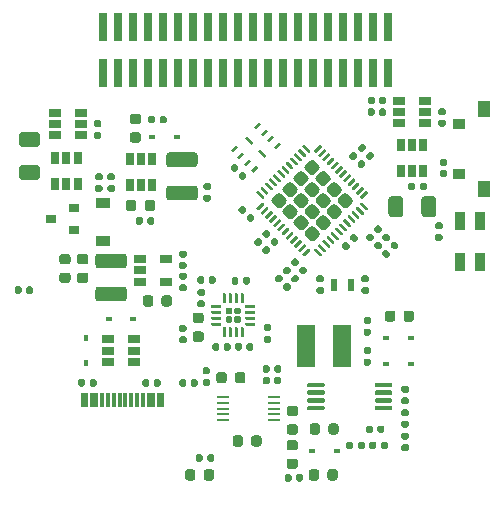
<source format=gbr>
G04 #@! TF.GenerationSoftware,KiCad,Pcbnew,(5.1.6)-1*
G04 #@! TF.CreationDate,2020-11-06T20:37:42+01:00*
G04 #@! TF.ProjectId,DynOSSAT-EDU-EPS,44796e4f-5353-4415-942d-4544552d4550,rev?*
G04 #@! TF.SameCoordinates,Original*
G04 #@! TF.FileFunction,Paste,Top*
G04 #@! TF.FilePolarity,Positive*
%FSLAX46Y46*%
G04 Gerber Fmt 4.6, Leading zero omitted, Abs format (unit mm)*
G04 Created by KiCad (PCBNEW (5.1.6)-1) date 2020-11-06 20:37:42*
%MOMM*%
%LPD*%
G01*
G04 APERTURE LIST*
%ADD10C,0.100000*%
%ADD11R,1.000000X1.450000*%
%ADD12R,1.000000X0.900000*%
%ADD13R,0.600000X0.450000*%
%ADD14R,1.500000X3.600000*%
%ADD15R,0.740000X2.400000*%
%ADD16R,0.900000X0.800000*%
%ADD17R,0.450000X0.600000*%
%ADD18R,1.200000X0.900000*%
%ADD19R,0.300000X1.150000*%
%ADD20R,0.600000X1.100000*%
%ADD21R,1.060000X0.650000*%
%ADD22R,1.100000X0.250000*%
%ADD23R,0.650000X1.060000*%
%ADD24R,0.850000X1.600000*%
G04 APERTURE END LIST*
G36*
G01*
X209393000Y-75769900D02*
X209393000Y-75894900D01*
G75*
G02*
X209330500Y-75957400I-62500J0D01*
G01*
X208580500Y-75957400D01*
G75*
G02*
X208518000Y-75894900I0J62500D01*
G01*
X208518000Y-75769900D01*
G75*
G02*
X208580500Y-75707400I62500J0D01*
G01*
X209330500Y-75707400D01*
G75*
G02*
X209393000Y-75769900I0J-62500D01*
G01*
G37*
G36*
G01*
X209393000Y-75269900D02*
X209393000Y-75394900D01*
G75*
G02*
X209330500Y-75457400I-62500J0D01*
G01*
X208580500Y-75457400D01*
G75*
G02*
X208518000Y-75394900I0J62500D01*
G01*
X208518000Y-75269900D01*
G75*
G02*
X208580500Y-75207400I62500J0D01*
G01*
X209330500Y-75207400D01*
G75*
G02*
X209393000Y-75269900I0J-62500D01*
G01*
G37*
G36*
G01*
X209393000Y-74769900D02*
X209393000Y-74894900D01*
G75*
G02*
X209330500Y-74957400I-62500J0D01*
G01*
X208580500Y-74957400D01*
G75*
G02*
X208518000Y-74894900I0J62500D01*
G01*
X208518000Y-74769900D01*
G75*
G02*
X208580500Y-74707400I62500J0D01*
G01*
X209330500Y-74707400D01*
G75*
G02*
X209393000Y-74769900I0J-62500D01*
G01*
G37*
G36*
G01*
X209393000Y-74269900D02*
X209393000Y-74394900D01*
G75*
G02*
X209330500Y-74457400I-62500J0D01*
G01*
X208580500Y-74457400D01*
G75*
G02*
X208518000Y-74394900I0J62500D01*
G01*
X208518000Y-74269900D01*
G75*
G02*
X208580500Y-74207400I62500J0D01*
G01*
X209330500Y-74207400D01*
G75*
G02*
X209393000Y-74269900I0J-62500D01*
G01*
G37*
G36*
G01*
X208393000Y-73269900D02*
X208393000Y-74019900D01*
G75*
G02*
X208330500Y-74082400I-62500J0D01*
G01*
X208205500Y-74082400D01*
G75*
G02*
X208143000Y-74019900I0J62500D01*
G01*
X208143000Y-73269900D01*
G75*
G02*
X208205500Y-73207400I62500J0D01*
G01*
X208330500Y-73207400D01*
G75*
G02*
X208393000Y-73269900I0J-62500D01*
G01*
G37*
G36*
G01*
X207893000Y-73269900D02*
X207893000Y-74019900D01*
G75*
G02*
X207830500Y-74082400I-62500J0D01*
G01*
X207705500Y-74082400D01*
G75*
G02*
X207643000Y-74019900I0J62500D01*
G01*
X207643000Y-73269900D01*
G75*
G02*
X207705500Y-73207400I62500J0D01*
G01*
X207830500Y-73207400D01*
G75*
G02*
X207893000Y-73269900I0J-62500D01*
G01*
G37*
G36*
G01*
X207393000Y-73269900D02*
X207393000Y-74019900D01*
G75*
G02*
X207330500Y-74082400I-62500J0D01*
G01*
X207205500Y-74082400D01*
G75*
G02*
X207143000Y-74019900I0J62500D01*
G01*
X207143000Y-73269900D01*
G75*
G02*
X207205500Y-73207400I62500J0D01*
G01*
X207330500Y-73207400D01*
G75*
G02*
X207393000Y-73269900I0J-62500D01*
G01*
G37*
G36*
G01*
X206893000Y-73269900D02*
X206893000Y-74019900D01*
G75*
G02*
X206830500Y-74082400I-62500J0D01*
G01*
X206705500Y-74082400D01*
G75*
G02*
X206643000Y-74019900I0J62500D01*
G01*
X206643000Y-73269900D01*
G75*
G02*
X206705500Y-73207400I62500J0D01*
G01*
X206830500Y-73207400D01*
G75*
G02*
X206893000Y-73269900I0J-62500D01*
G01*
G37*
G36*
G01*
X206518000Y-74269900D02*
X206518000Y-74394900D01*
G75*
G02*
X206455500Y-74457400I-62500J0D01*
G01*
X205705500Y-74457400D01*
G75*
G02*
X205643000Y-74394900I0J62500D01*
G01*
X205643000Y-74269900D01*
G75*
G02*
X205705500Y-74207400I62500J0D01*
G01*
X206455500Y-74207400D01*
G75*
G02*
X206518000Y-74269900I0J-62500D01*
G01*
G37*
G36*
G01*
X206518000Y-74769900D02*
X206518000Y-74894900D01*
G75*
G02*
X206455500Y-74957400I-62500J0D01*
G01*
X205705500Y-74957400D01*
G75*
G02*
X205643000Y-74894900I0J62500D01*
G01*
X205643000Y-74769900D01*
G75*
G02*
X205705500Y-74707400I62500J0D01*
G01*
X206455500Y-74707400D01*
G75*
G02*
X206518000Y-74769900I0J-62500D01*
G01*
G37*
G36*
G01*
X206518000Y-75269900D02*
X206518000Y-75394900D01*
G75*
G02*
X206455500Y-75457400I-62500J0D01*
G01*
X205705500Y-75457400D01*
G75*
G02*
X205643000Y-75394900I0J62500D01*
G01*
X205643000Y-75269900D01*
G75*
G02*
X205705500Y-75207400I62500J0D01*
G01*
X206455500Y-75207400D01*
G75*
G02*
X206518000Y-75269900I0J-62500D01*
G01*
G37*
G36*
G01*
X206518000Y-75769900D02*
X206518000Y-75894900D01*
G75*
G02*
X206455500Y-75957400I-62500J0D01*
G01*
X205705500Y-75957400D01*
G75*
G02*
X205643000Y-75894900I0J62500D01*
G01*
X205643000Y-75769900D01*
G75*
G02*
X205705500Y-75707400I62500J0D01*
G01*
X206455500Y-75707400D01*
G75*
G02*
X206518000Y-75769900I0J-62500D01*
G01*
G37*
G36*
G01*
X206893000Y-76144900D02*
X206893000Y-76894900D01*
G75*
G02*
X206830500Y-76957400I-62500J0D01*
G01*
X206705500Y-76957400D01*
G75*
G02*
X206643000Y-76894900I0J62500D01*
G01*
X206643000Y-76144900D01*
G75*
G02*
X206705500Y-76082400I62500J0D01*
G01*
X206830500Y-76082400D01*
G75*
G02*
X206893000Y-76144900I0J-62500D01*
G01*
G37*
G36*
G01*
X207393000Y-76144900D02*
X207393000Y-76894900D01*
G75*
G02*
X207330500Y-76957400I-62500J0D01*
G01*
X207205500Y-76957400D01*
G75*
G02*
X207143000Y-76894900I0J62500D01*
G01*
X207143000Y-76144900D01*
G75*
G02*
X207205500Y-76082400I62500J0D01*
G01*
X207330500Y-76082400D01*
G75*
G02*
X207393000Y-76144900I0J-62500D01*
G01*
G37*
G36*
G01*
X207893000Y-76144900D02*
X207893000Y-76894900D01*
G75*
G02*
X207830500Y-76957400I-62500J0D01*
G01*
X207705500Y-76957400D01*
G75*
G02*
X207643000Y-76894900I0J62500D01*
G01*
X207643000Y-76144900D01*
G75*
G02*
X207705500Y-76082400I62500J0D01*
G01*
X207830500Y-76082400D01*
G75*
G02*
X207893000Y-76144900I0J-62500D01*
G01*
G37*
G36*
G01*
X208393000Y-76144900D02*
X208393000Y-76894900D01*
G75*
G02*
X208330500Y-76957400I-62500J0D01*
G01*
X208205500Y-76957400D01*
G75*
G02*
X208143000Y-76894900I0J62500D01*
G01*
X208143000Y-76144900D01*
G75*
G02*
X208205500Y-76082400I62500J0D01*
G01*
X208330500Y-76082400D01*
G75*
G02*
X208393000Y-76144900I0J-62500D01*
G01*
G37*
G36*
G01*
X208168000Y-75297400D02*
X208168000Y-75587400D01*
G75*
G02*
X208023000Y-75732400I-145000J0D01*
G01*
X207733000Y-75732400D01*
G75*
G02*
X207588000Y-75587400I0J145000D01*
G01*
X207588000Y-75297400D01*
G75*
G02*
X207733000Y-75152400I145000J0D01*
G01*
X208023000Y-75152400D01*
G75*
G02*
X208168000Y-75297400I0J-145000D01*
G01*
G37*
G36*
G01*
X208168000Y-74577400D02*
X208168000Y-74867400D01*
G75*
G02*
X208023000Y-75012400I-145000J0D01*
G01*
X207733000Y-75012400D01*
G75*
G02*
X207588000Y-74867400I0J145000D01*
G01*
X207588000Y-74577400D01*
G75*
G02*
X207733000Y-74432400I145000J0D01*
G01*
X208023000Y-74432400D01*
G75*
G02*
X208168000Y-74577400I0J-145000D01*
G01*
G37*
G36*
G01*
X207448000Y-75297400D02*
X207448000Y-75587400D01*
G75*
G02*
X207303000Y-75732400I-145000J0D01*
G01*
X207013000Y-75732400D01*
G75*
G02*
X206868000Y-75587400I0J145000D01*
G01*
X206868000Y-75297400D01*
G75*
G02*
X207013000Y-75152400I145000J0D01*
G01*
X207303000Y-75152400D01*
G75*
G02*
X207448000Y-75297400I0J-145000D01*
G01*
G37*
G36*
G01*
X207448000Y-74577400D02*
X207448000Y-74867400D01*
G75*
G02*
X207303000Y-75012400I-145000J0D01*
G01*
X207013000Y-75012400D01*
G75*
G02*
X206868000Y-74867400I0J145000D01*
G01*
X206868000Y-74577400D01*
G75*
G02*
X207013000Y-74432400I145000J0D01*
G01*
X207303000Y-74432400D01*
G75*
G02*
X207448000Y-74577400I0J-145000D01*
G01*
G37*
D10*
G36*
X209756594Y-61037873D02*
G01*
X210322279Y-61603558D01*
X210180858Y-61744979D01*
X209615173Y-61179294D01*
X209756594Y-61037873D01*
G37*
G36*
X208643042Y-59924321D02*
G01*
X209208727Y-60490006D01*
X209067306Y-60631427D01*
X208501621Y-60065742D01*
X208643042Y-59924321D01*
G37*
G36*
X207720268Y-60698603D02*
G01*
X207897044Y-60875379D01*
X207472780Y-61299643D01*
X207296004Y-61122867D01*
X207720268Y-60698603D01*
G37*
G36*
X208285954Y-61264289D02*
G01*
X208462730Y-61441065D01*
X208038466Y-61865329D01*
X207861690Y-61688553D01*
X208285954Y-61264289D01*
G37*
G36*
X208851639Y-61829974D02*
G01*
X209028415Y-62006750D01*
X208604151Y-62431014D01*
X208427375Y-62254238D01*
X208851639Y-61829974D01*
G37*
G36*
X209700167Y-58718704D02*
G01*
X209876943Y-58895480D01*
X209452679Y-59319744D01*
X209275903Y-59142968D01*
X209700167Y-58718704D01*
G37*
G36*
X210265853Y-59284390D02*
G01*
X210442629Y-59461166D01*
X210018365Y-59885430D01*
X209841589Y-59708654D01*
X210265853Y-59284390D01*
G37*
G36*
X210831538Y-59850075D02*
G01*
X211008314Y-60026851D01*
X210584050Y-60451115D01*
X210407274Y-60274339D01*
X210831538Y-59850075D01*
G37*
G36*
X209417325Y-62395660D02*
G01*
X209594101Y-62572436D01*
X209169837Y-62996700D01*
X208993061Y-62819924D01*
X209417325Y-62395660D01*
G37*
G36*
X211397224Y-60415761D02*
G01*
X211574000Y-60592537D01*
X211149736Y-61016801D01*
X210972960Y-60840025D01*
X211397224Y-60415761D01*
G37*
D11*
X228769600Y-64385400D03*
X228769600Y-57585400D03*
D12*
X226669600Y-58885400D03*
X226669600Y-63085400D03*
G36*
G01*
X213779800Y-81090800D02*
X213779800Y-80890800D01*
G75*
G02*
X213879800Y-80790800I100000J0D01*
G01*
X215154800Y-80790800D01*
G75*
G02*
X215254800Y-80890800I0J-100000D01*
G01*
X215254800Y-81090800D01*
G75*
G02*
X215154800Y-81190800I-100000J0D01*
G01*
X213879800Y-81190800D01*
G75*
G02*
X213779800Y-81090800I0J100000D01*
G01*
G37*
G36*
G01*
X213779800Y-81740800D02*
X213779800Y-81540800D01*
G75*
G02*
X213879800Y-81440800I100000J0D01*
G01*
X215154800Y-81440800D01*
G75*
G02*
X215254800Y-81540800I0J-100000D01*
G01*
X215254800Y-81740800D01*
G75*
G02*
X215154800Y-81840800I-100000J0D01*
G01*
X213879800Y-81840800D01*
G75*
G02*
X213779800Y-81740800I0J100000D01*
G01*
G37*
G36*
G01*
X213779800Y-82390800D02*
X213779800Y-82190800D01*
G75*
G02*
X213879800Y-82090800I100000J0D01*
G01*
X215154800Y-82090800D01*
G75*
G02*
X215254800Y-82190800I0J-100000D01*
G01*
X215254800Y-82390800D01*
G75*
G02*
X215154800Y-82490800I-100000J0D01*
G01*
X213879800Y-82490800D01*
G75*
G02*
X213779800Y-82390800I0J100000D01*
G01*
G37*
G36*
G01*
X213779800Y-83040800D02*
X213779800Y-82840800D01*
G75*
G02*
X213879800Y-82740800I100000J0D01*
G01*
X215154800Y-82740800D01*
G75*
G02*
X215254800Y-82840800I0J-100000D01*
G01*
X215254800Y-83040800D01*
G75*
G02*
X215154800Y-83140800I-100000J0D01*
G01*
X213879800Y-83140800D01*
G75*
G02*
X213779800Y-83040800I0J100000D01*
G01*
G37*
G36*
G01*
X219504800Y-83040800D02*
X219504800Y-82840800D01*
G75*
G02*
X219604800Y-82740800I100000J0D01*
G01*
X220879800Y-82740800D01*
G75*
G02*
X220979800Y-82840800I0J-100000D01*
G01*
X220979800Y-83040800D01*
G75*
G02*
X220879800Y-83140800I-100000J0D01*
G01*
X219604800Y-83140800D01*
G75*
G02*
X219504800Y-83040800I0J100000D01*
G01*
G37*
G36*
G01*
X219504800Y-82390800D02*
X219504800Y-82190800D01*
G75*
G02*
X219604800Y-82090800I100000J0D01*
G01*
X220879800Y-82090800D01*
G75*
G02*
X220979800Y-82190800I0J-100000D01*
G01*
X220979800Y-82390800D01*
G75*
G02*
X220879800Y-82490800I-100000J0D01*
G01*
X219604800Y-82490800D01*
G75*
G02*
X219504800Y-82390800I0J100000D01*
G01*
G37*
G36*
G01*
X219504800Y-81740800D02*
X219504800Y-81540800D01*
G75*
G02*
X219604800Y-81440800I100000J0D01*
G01*
X220879800Y-81440800D01*
G75*
G02*
X220979800Y-81540800I0J-100000D01*
G01*
X220979800Y-81740800D01*
G75*
G02*
X220879800Y-81840800I-100000J0D01*
G01*
X219604800Y-81840800D01*
G75*
G02*
X219504800Y-81740800I0J100000D01*
G01*
G37*
G36*
G01*
X219504800Y-81090800D02*
X219504800Y-80890800D01*
G75*
G02*
X219604800Y-80790800I100000J0D01*
G01*
X220879800Y-80790800D01*
G75*
G02*
X220979800Y-80890800I0J-100000D01*
G01*
X220979800Y-81090800D01*
G75*
G02*
X220879800Y-81190800I-100000J0D01*
G01*
X219604800Y-81190800D01*
G75*
G02*
X219504800Y-81090800I0J100000D01*
G01*
G37*
G36*
G01*
X198255200Y-71107000D02*
X196105200Y-71107000D01*
G75*
G02*
X195855200Y-70857000I0J250000D01*
G01*
X195855200Y-70107000D01*
G75*
G02*
X196105200Y-69857000I250000J0D01*
G01*
X198255200Y-69857000D01*
G75*
G02*
X198505200Y-70107000I0J-250000D01*
G01*
X198505200Y-70857000D01*
G75*
G02*
X198255200Y-71107000I-250000J0D01*
G01*
G37*
G36*
G01*
X198255200Y-73907000D02*
X196105200Y-73907000D01*
G75*
G02*
X195855200Y-73657000I0J250000D01*
G01*
X195855200Y-72907000D01*
G75*
G02*
X196105200Y-72657000I250000J0D01*
G01*
X198255200Y-72657000D01*
G75*
G02*
X198505200Y-72907000I0J-250000D01*
G01*
X198505200Y-73657000D01*
G75*
G02*
X198255200Y-73907000I-250000J0D01*
G01*
G37*
G36*
G01*
X204249600Y-62547200D02*
X202099600Y-62547200D01*
G75*
G02*
X201849600Y-62297200I0J250000D01*
G01*
X201849600Y-61547200D01*
G75*
G02*
X202099600Y-61297200I250000J0D01*
G01*
X204249600Y-61297200D01*
G75*
G02*
X204499600Y-61547200I0J-250000D01*
G01*
X204499600Y-62297200D01*
G75*
G02*
X204249600Y-62547200I-250000J0D01*
G01*
G37*
G36*
G01*
X204249600Y-65347200D02*
X202099600Y-65347200D01*
G75*
G02*
X201849600Y-65097200I0J250000D01*
G01*
X201849600Y-64347200D01*
G75*
G02*
X202099600Y-64097200I250000J0D01*
G01*
X204249600Y-64097200D01*
G75*
G02*
X204499600Y-64347200I0J-250000D01*
G01*
X204499600Y-65097200D01*
G75*
G02*
X204249600Y-65347200I-250000J0D01*
G01*
G37*
D13*
X202726000Y-59994800D03*
X200626000Y-59994800D03*
G36*
G01*
X220364600Y-75414850D02*
X220364600Y-74902350D01*
G75*
G02*
X220583350Y-74683600I218750J0D01*
G01*
X221020850Y-74683600D01*
G75*
G02*
X221239600Y-74902350I0J-218750D01*
G01*
X221239600Y-75414850D01*
G75*
G02*
X221020850Y-75633600I-218750J0D01*
G01*
X220583350Y-75633600D01*
G75*
G02*
X220364600Y-75414850I0J218750D01*
G01*
G37*
G36*
G01*
X221939600Y-75414850D02*
X221939600Y-74902350D01*
G75*
G02*
X222158350Y-74683600I218750J0D01*
G01*
X222595850Y-74683600D01*
G75*
G02*
X222814600Y-74902350I0J-218750D01*
G01*
X222814600Y-75414850D01*
G75*
G02*
X222595850Y-75633600I-218750J0D01*
G01*
X222158350Y-75633600D01*
G75*
G02*
X221939600Y-75414850I0J218750D01*
G01*
G37*
G36*
G01*
X202316800Y-73606950D02*
X202316800Y-74119450D01*
G75*
G02*
X202098050Y-74338200I-218750J0D01*
G01*
X201660550Y-74338200D01*
G75*
G02*
X201441800Y-74119450I0J218750D01*
G01*
X201441800Y-73606950D01*
G75*
G02*
X201660550Y-73388200I218750J0D01*
G01*
X202098050Y-73388200D01*
G75*
G02*
X202316800Y-73606950I0J-218750D01*
G01*
G37*
G36*
G01*
X200741800Y-73606950D02*
X200741800Y-74119450D01*
G75*
G02*
X200523050Y-74338200I-218750J0D01*
G01*
X200085550Y-74338200D01*
G75*
G02*
X199866800Y-74119450I0J218750D01*
G01*
X199866800Y-73606950D01*
G75*
G02*
X200085550Y-73388200I218750J0D01*
G01*
X200523050Y-73388200D01*
G75*
G02*
X200741800Y-73606950I0J-218750D01*
G01*
G37*
G36*
G01*
X199319400Y-65529750D02*
X199319400Y-66042250D01*
G75*
G02*
X199100650Y-66261000I-218750J0D01*
G01*
X198663150Y-66261000D01*
G75*
G02*
X198444400Y-66042250I0J218750D01*
G01*
X198444400Y-65529750D01*
G75*
G02*
X198663150Y-65311000I218750J0D01*
G01*
X199100650Y-65311000D01*
G75*
G02*
X199319400Y-65529750I0J-218750D01*
G01*
G37*
G36*
G01*
X200894400Y-65529750D02*
X200894400Y-66042250D01*
G75*
G02*
X200675650Y-66261000I-218750J0D01*
G01*
X200238150Y-66261000D01*
G75*
G02*
X200019400Y-66042250I0J218750D01*
G01*
X200019400Y-65529750D01*
G75*
G02*
X200238150Y-65311000I218750J0D01*
G01*
X200675650Y-65311000D01*
G75*
G02*
X200894400Y-65529750I0J-218750D01*
G01*
G37*
G36*
G01*
X216363000Y-88338950D02*
X216363000Y-88851450D01*
G75*
G02*
X216144250Y-89070200I-218750J0D01*
G01*
X215706750Y-89070200D01*
G75*
G02*
X215488000Y-88851450I0J218750D01*
G01*
X215488000Y-88338950D01*
G75*
G02*
X215706750Y-88120200I218750J0D01*
G01*
X216144250Y-88120200D01*
G75*
G02*
X216363000Y-88338950I0J-218750D01*
G01*
G37*
G36*
G01*
X214788000Y-88338950D02*
X214788000Y-88851450D01*
G75*
G02*
X214569250Y-89070200I-218750J0D01*
G01*
X214131750Y-89070200D01*
G75*
G02*
X213913000Y-88851450I0J218750D01*
G01*
X213913000Y-88338950D01*
G75*
G02*
X214131750Y-88120200I218750J0D01*
G01*
X214569250Y-88120200D01*
G75*
G02*
X214788000Y-88338950I0J-218750D01*
G01*
G37*
G36*
G01*
X207664800Y-80621850D02*
X207664800Y-80109350D01*
G75*
G02*
X207883550Y-79890600I218750J0D01*
G01*
X208321050Y-79890600D01*
G75*
G02*
X208539800Y-80109350I0J-218750D01*
G01*
X208539800Y-80621850D01*
G75*
G02*
X208321050Y-80840600I-218750J0D01*
G01*
X207883550Y-80840600D01*
G75*
G02*
X207664800Y-80621850I0J218750D01*
G01*
G37*
G36*
G01*
X206089800Y-80621850D02*
X206089800Y-80109350D01*
G75*
G02*
X206308550Y-79890600I218750J0D01*
G01*
X206746050Y-79890600D01*
G75*
G02*
X206964800Y-80109350I0J-218750D01*
G01*
X206964800Y-80621850D01*
G75*
G02*
X206746050Y-80840600I-218750J0D01*
G01*
X206308550Y-80840600D01*
G75*
G02*
X206089800Y-80621850I0J218750D01*
G01*
G37*
G36*
G01*
X212778050Y-85197400D02*
X212265550Y-85197400D01*
G75*
G02*
X212046800Y-84978650I0J218750D01*
G01*
X212046800Y-84541150D01*
G75*
G02*
X212265550Y-84322400I218750J0D01*
G01*
X212778050Y-84322400D01*
G75*
G02*
X212996800Y-84541150I0J-218750D01*
G01*
X212996800Y-84978650D01*
G75*
G02*
X212778050Y-85197400I-218750J0D01*
G01*
G37*
G36*
G01*
X212778050Y-83622400D02*
X212265550Y-83622400D01*
G75*
G02*
X212046800Y-83403650I0J218750D01*
G01*
X212046800Y-82966150D01*
G75*
G02*
X212265550Y-82747400I218750J0D01*
G01*
X212778050Y-82747400D01*
G75*
G02*
X212996800Y-82966150I0J-218750D01*
G01*
X212996800Y-83403650D01*
G75*
G02*
X212778050Y-83622400I-218750J0D01*
G01*
G37*
G36*
G01*
X209918000Y-85468750D02*
X209918000Y-85981250D01*
G75*
G02*
X209699250Y-86200000I-218750J0D01*
G01*
X209261750Y-86200000D01*
G75*
G02*
X209043000Y-85981250I0J218750D01*
G01*
X209043000Y-85468750D01*
G75*
G02*
X209261750Y-85250000I218750J0D01*
G01*
X209699250Y-85250000D01*
G75*
G02*
X209918000Y-85468750I0J-218750D01*
G01*
G37*
G36*
G01*
X208343000Y-85468750D02*
X208343000Y-85981250D01*
G75*
G02*
X208124250Y-86200000I-218750J0D01*
G01*
X207686750Y-86200000D01*
G75*
G02*
X207468000Y-85981250I0J218750D01*
G01*
X207468000Y-85468750D01*
G75*
G02*
X207686750Y-85250000I218750J0D01*
G01*
X208124250Y-85250000D01*
G75*
G02*
X208343000Y-85468750I0J-218750D01*
G01*
G37*
G36*
G01*
X194510950Y-71470000D02*
X195023450Y-71470000D01*
G75*
G02*
X195242200Y-71688750I0J-218750D01*
G01*
X195242200Y-72126250D01*
G75*
G02*
X195023450Y-72345000I-218750J0D01*
G01*
X194510950Y-72345000D01*
G75*
G02*
X194292200Y-72126250I0J218750D01*
G01*
X194292200Y-71688750D01*
G75*
G02*
X194510950Y-71470000I218750J0D01*
G01*
G37*
G36*
G01*
X194510950Y-69895000D02*
X195023450Y-69895000D01*
G75*
G02*
X195242200Y-70113750I0J-218750D01*
G01*
X195242200Y-70551250D01*
G75*
G02*
X195023450Y-70770000I-218750J0D01*
G01*
X194510950Y-70770000D01*
G75*
G02*
X194292200Y-70551250I0J218750D01*
G01*
X194292200Y-70113750D01*
G75*
G02*
X194510950Y-69895000I218750J0D01*
G01*
G37*
G36*
G01*
X193012350Y-69895000D02*
X193524850Y-69895000D01*
G75*
G02*
X193743600Y-70113750I0J-218750D01*
G01*
X193743600Y-70551250D01*
G75*
G02*
X193524850Y-70770000I-218750J0D01*
G01*
X193012350Y-70770000D01*
G75*
G02*
X192793600Y-70551250I0J218750D01*
G01*
X192793600Y-70113750D01*
G75*
G02*
X193012350Y-69895000I218750J0D01*
G01*
G37*
G36*
G01*
X193012350Y-71470000D02*
X193524850Y-71470000D01*
G75*
G02*
X193743600Y-71688750I0J-218750D01*
G01*
X193743600Y-72126250D01*
G75*
G02*
X193524850Y-72345000I-218750J0D01*
G01*
X193012350Y-72345000D01*
G75*
G02*
X192793600Y-72126250I0J218750D01*
G01*
X192793600Y-71688750D01*
G75*
G02*
X193012350Y-71470000I218750J0D01*
G01*
G37*
D14*
X213689200Y-77724000D03*
X216739200Y-77724000D03*
G36*
G01*
X213995800Y-84965250D02*
X213995800Y-84452750D01*
G75*
G02*
X214214550Y-84234000I218750J0D01*
G01*
X214652050Y-84234000D01*
G75*
G02*
X214870800Y-84452750I0J-218750D01*
G01*
X214870800Y-84965250D01*
G75*
G02*
X214652050Y-85184000I-218750J0D01*
G01*
X214214550Y-85184000D01*
G75*
G02*
X213995800Y-84965250I0J218750D01*
G01*
G37*
G36*
G01*
X215570800Y-84965250D02*
X215570800Y-84452750D01*
G75*
G02*
X215789550Y-84234000I218750J0D01*
G01*
X216227050Y-84234000D01*
G75*
G02*
X216445800Y-84452750I0J-218750D01*
G01*
X216445800Y-84965250D01*
G75*
G02*
X216227050Y-85184000I-218750J0D01*
G01*
X215789550Y-85184000D01*
G75*
G02*
X215570800Y-84965250I0J218750D01*
G01*
G37*
G36*
G01*
X205898200Y-88338950D02*
X205898200Y-88851450D01*
G75*
G02*
X205679450Y-89070200I-218750J0D01*
G01*
X205241950Y-89070200D01*
G75*
G02*
X205023200Y-88851450I0J218750D01*
G01*
X205023200Y-88338950D01*
G75*
G02*
X205241950Y-88120200I218750J0D01*
G01*
X205679450Y-88120200D01*
G75*
G02*
X205898200Y-88338950I0J-218750D01*
G01*
G37*
G36*
G01*
X204323200Y-88338950D02*
X204323200Y-88851450D01*
G75*
G02*
X204104450Y-89070200I-218750J0D01*
G01*
X203666950Y-89070200D01*
G75*
G02*
X203448200Y-88851450I0J218750D01*
G01*
X203448200Y-88338950D01*
G75*
G02*
X203666950Y-88120200I218750J0D01*
G01*
X204104450Y-88120200D01*
G75*
G02*
X204323200Y-88338950I0J-218750D01*
G01*
G37*
D13*
X214164200Y-86537800D03*
X216264200Y-86537800D03*
D15*
X196494400Y-54547600D03*
X196494400Y-50647600D03*
X197764400Y-54547600D03*
X197764400Y-50647600D03*
X199034400Y-54547600D03*
X199034400Y-50647600D03*
X200304400Y-54547600D03*
X200304400Y-50647600D03*
X201574400Y-54547600D03*
X201574400Y-50647600D03*
X202844400Y-54547600D03*
X202844400Y-50647600D03*
X204114400Y-54547600D03*
X204114400Y-50647600D03*
X205384400Y-54547600D03*
X205384400Y-50647600D03*
X206654400Y-54547600D03*
X206654400Y-50647600D03*
X207924400Y-54547600D03*
X207924400Y-50647600D03*
X209194400Y-54547600D03*
X209194400Y-50647600D03*
X210464400Y-54547600D03*
X210464400Y-50647600D03*
X211734400Y-54547600D03*
X211734400Y-50647600D03*
X213004400Y-54547600D03*
X213004400Y-50647600D03*
X214274400Y-54547600D03*
X214274400Y-50647600D03*
X215544400Y-54547600D03*
X215544400Y-50647600D03*
X216814400Y-54547600D03*
X216814400Y-50647600D03*
X218084400Y-54547600D03*
X218084400Y-50647600D03*
X219354400Y-54547600D03*
X219354400Y-50647600D03*
X220624400Y-54547600D03*
X220624400Y-50647600D03*
G36*
G01*
X200789800Y-80969900D02*
X200789800Y-80624900D01*
G75*
G02*
X200937300Y-80477400I147500J0D01*
G01*
X201232300Y-80477400D01*
G75*
G02*
X201379800Y-80624900I0J-147500D01*
G01*
X201379800Y-80969900D01*
G75*
G02*
X201232300Y-81117400I-147500J0D01*
G01*
X200937300Y-81117400D01*
G75*
G02*
X200789800Y-80969900I0J147500D01*
G01*
G37*
G36*
G01*
X199819800Y-80969900D02*
X199819800Y-80624900D01*
G75*
G02*
X199967300Y-80477400I147500J0D01*
G01*
X200262300Y-80477400D01*
G75*
G02*
X200409800Y-80624900I0J-147500D01*
G01*
X200409800Y-80969900D01*
G75*
G02*
X200262300Y-81117400I-147500J0D01*
G01*
X199967300Y-81117400D01*
G75*
G02*
X199819800Y-80969900I0J147500D01*
G01*
G37*
G36*
G01*
X195944200Y-80624900D02*
X195944200Y-80969900D01*
G75*
G02*
X195796700Y-81117400I-147500J0D01*
G01*
X195501700Y-81117400D01*
G75*
G02*
X195354200Y-80969900I0J147500D01*
G01*
X195354200Y-80624900D01*
G75*
G02*
X195501700Y-80477400I147500J0D01*
G01*
X195796700Y-80477400D01*
G75*
G02*
X195944200Y-80624900I0J-147500D01*
G01*
G37*
G36*
G01*
X194974200Y-80624900D02*
X194974200Y-80969900D01*
G75*
G02*
X194826700Y-81117400I-147500J0D01*
G01*
X194531700Y-81117400D01*
G75*
G02*
X194384200Y-80969900I0J147500D01*
G01*
X194384200Y-80624900D01*
G75*
G02*
X194531700Y-80477400I147500J0D01*
G01*
X194826700Y-80477400D01*
G75*
G02*
X194974200Y-80624900I0J-147500D01*
G01*
G37*
G36*
G01*
X199493850Y-60457800D02*
X198981350Y-60457800D01*
G75*
G02*
X198762600Y-60239050I0J218750D01*
G01*
X198762600Y-59801550D01*
G75*
G02*
X198981350Y-59582800I218750J0D01*
G01*
X199493850Y-59582800D01*
G75*
G02*
X199712600Y-59801550I0J-218750D01*
G01*
X199712600Y-60239050D01*
G75*
G02*
X199493850Y-60457800I-218750J0D01*
G01*
G37*
G36*
G01*
X199493850Y-58882800D02*
X198981350Y-58882800D01*
G75*
G02*
X198762600Y-58664050I0J218750D01*
G01*
X198762600Y-58226550D01*
G75*
G02*
X198981350Y-58007800I218750J0D01*
G01*
X199493850Y-58007800D01*
G75*
G02*
X199712600Y-58226550I0J-218750D01*
G01*
X199712600Y-58664050D01*
G75*
G02*
X199493850Y-58882800I-218750J0D01*
G01*
G37*
D16*
X194065400Y-67879000D03*
X194065400Y-65979000D03*
X192065400Y-66929000D03*
D13*
X199068400Y-75361800D03*
X196968400Y-75361800D03*
D17*
X195072000Y-77029600D03*
X195072000Y-79129600D03*
G36*
G01*
X214711500Y-72681600D02*
X215056500Y-72681600D01*
G75*
G02*
X215204000Y-72829100I0J-147500D01*
G01*
X215204000Y-73124100D01*
G75*
G02*
X215056500Y-73271600I-147500J0D01*
G01*
X214711500Y-73271600D01*
G75*
G02*
X214564000Y-73124100I0J147500D01*
G01*
X214564000Y-72829100D01*
G75*
G02*
X214711500Y-72681600I147500J0D01*
G01*
G37*
G36*
G01*
X214711500Y-71711600D02*
X215056500Y-71711600D01*
G75*
G02*
X215204000Y-71859100I0J-147500D01*
G01*
X215204000Y-72154100D01*
G75*
G02*
X215056500Y-72301600I-147500J0D01*
G01*
X214711500Y-72301600D01*
G75*
G02*
X214564000Y-72154100I0J147500D01*
G01*
X214564000Y-71859100D01*
G75*
G02*
X214711500Y-71711600I147500J0D01*
G01*
G37*
G36*
G01*
X218521500Y-72681600D02*
X218866500Y-72681600D01*
G75*
G02*
X219014000Y-72829100I0J-147500D01*
G01*
X219014000Y-73124100D01*
G75*
G02*
X218866500Y-73271600I-147500J0D01*
G01*
X218521500Y-73271600D01*
G75*
G02*
X218374000Y-73124100I0J147500D01*
G01*
X218374000Y-72829100D01*
G75*
G02*
X218521500Y-72681600I147500J0D01*
G01*
G37*
G36*
G01*
X218521500Y-71711600D02*
X218866500Y-71711600D01*
G75*
G02*
X219014000Y-71859100I0J-147500D01*
G01*
X219014000Y-72154100D01*
G75*
G02*
X218866500Y-72301600I-147500J0D01*
G01*
X218521500Y-72301600D01*
G75*
G02*
X218374000Y-72154100I0J147500D01*
G01*
X218374000Y-71859100D01*
G75*
G02*
X218521500Y-71711600I147500J0D01*
G01*
G37*
G36*
G01*
X210655225Y-68272874D02*
X210411273Y-68516825D01*
G75*
G02*
X210202677Y-68516825I-104298J104298D01*
G01*
X209994081Y-68308229D01*
G75*
G02*
X209994081Y-68099633I104298J104298D01*
G01*
X210238033Y-67855681D01*
G75*
G02*
X210446629Y-67855681I104298J-104298D01*
G01*
X210655225Y-68064277D01*
G75*
G02*
X210655225Y-68272873I-104298J-104298D01*
G01*
G37*
G36*
G01*
X211341119Y-68958768D02*
X211097167Y-69202719D01*
G75*
G02*
X210888571Y-69202719I-104298J104298D01*
G01*
X210679975Y-68994123D01*
G75*
G02*
X210679975Y-68785527I104298J104298D01*
G01*
X210923927Y-68541575D01*
G75*
G02*
X211132523Y-68541575I104298J-104298D01*
G01*
X211341119Y-68750171D01*
G75*
G02*
X211341119Y-68958767I-104298J-104298D01*
G01*
G37*
G36*
G01*
X218707119Y-62380168D02*
X218463167Y-62624119D01*
G75*
G02*
X218254571Y-62624119I-104298J104298D01*
G01*
X218045975Y-62415523D01*
G75*
G02*
X218045975Y-62206927I104298J104298D01*
G01*
X218289927Y-61962975D01*
G75*
G02*
X218498523Y-61962975I104298J-104298D01*
G01*
X218707119Y-62171571D01*
G75*
G02*
X218707119Y-62380167I-104298J-104298D01*
G01*
G37*
G36*
G01*
X218021225Y-61694274D02*
X217777273Y-61938225D01*
G75*
G02*
X217568677Y-61938225I-104298J104298D01*
G01*
X217360081Y-61729629D01*
G75*
G02*
X217360081Y-61521033I104298J104298D01*
G01*
X217604033Y-61277081D01*
G75*
G02*
X217812629Y-61277081I104298J-104298D01*
G01*
X218021225Y-61485677D01*
G75*
G02*
X218021225Y-61694273I-104298J-104298D01*
G01*
G37*
G36*
G01*
X217142274Y-68897175D02*
X217386225Y-69141127D01*
G75*
G02*
X217386225Y-69349723I-104298J-104298D01*
G01*
X217177629Y-69558319D01*
G75*
G02*
X216969033Y-69558319I-104298J104298D01*
G01*
X216725081Y-69314367D01*
G75*
G02*
X216725081Y-69105771I104298J104298D01*
G01*
X216933677Y-68897175D01*
G75*
G02*
X217142273Y-68897175I104298J-104298D01*
G01*
G37*
G36*
G01*
X217828168Y-68211281D02*
X218072119Y-68455233D01*
G75*
G02*
X218072119Y-68663829I-104298J-104298D01*
G01*
X217863523Y-68872425D01*
G75*
G02*
X217654927Y-68872425I-104298J104298D01*
G01*
X217410975Y-68628473D01*
G75*
G02*
X217410975Y-68419877I104298J104298D01*
G01*
X217619571Y-68211281D01*
G75*
G02*
X217828167Y-68211281I104298J-104298D01*
G01*
G37*
G36*
G01*
X207962081Y-66067632D02*
X208206033Y-65823681D01*
G75*
G02*
X208414629Y-65823681I104298J-104298D01*
G01*
X208623225Y-66032277D01*
G75*
G02*
X208623225Y-66240873I-104298J-104298D01*
G01*
X208379273Y-66484825D01*
G75*
G02*
X208170677Y-66484825I-104298J104298D01*
G01*
X207962081Y-66276229D01*
G75*
G02*
X207962081Y-66067633I104298J104298D01*
G01*
G37*
G36*
G01*
X208647975Y-66753526D02*
X208891927Y-66509575D01*
G75*
G02*
X209100523Y-66509575I104298J-104298D01*
G01*
X209309119Y-66718171D01*
G75*
G02*
X209309119Y-66926767I-104298J-104298D01*
G01*
X209065167Y-67170719D01*
G75*
G02*
X208856571Y-67170719I-104298J104298D01*
G01*
X208647975Y-66962123D01*
G75*
G02*
X208647975Y-66753527I104298J104298D01*
G01*
G37*
G36*
G01*
X208636019Y-63370768D02*
X208392067Y-63614719D01*
G75*
G02*
X208183471Y-63614719I-104298J104298D01*
G01*
X207974875Y-63406123D01*
G75*
G02*
X207974875Y-63197527I104298J104298D01*
G01*
X208218827Y-62953575D01*
G75*
G02*
X208427423Y-62953575I104298J-104298D01*
G01*
X208636019Y-63162171D01*
G75*
G02*
X208636019Y-63370767I-104298J-104298D01*
G01*
G37*
G36*
G01*
X207950125Y-62684874D02*
X207706173Y-62928825D01*
G75*
G02*
X207497577Y-62928825I-104298J104298D01*
G01*
X207288981Y-62720229D01*
G75*
G02*
X207288981Y-62511633I104298J104298D01*
G01*
X207532933Y-62267681D01*
G75*
G02*
X207741529Y-62267681I104298J-104298D01*
G01*
X207950125Y-62476277D01*
G75*
G02*
X207950125Y-62684873I-104298J-104298D01*
G01*
G37*
G36*
G01*
X220398126Y-68821625D02*
X220154175Y-68577673D01*
G75*
G02*
X220154175Y-68369077I104298J104298D01*
G01*
X220362771Y-68160481D01*
G75*
G02*
X220571367Y-68160481I104298J-104298D01*
G01*
X220815319Y-68404433D01*
G75*
G02*
X220815319Y-68613029I-104298J-104298D01*
G01*
X220606723Y-68821625D01*
G75*
G02*
X220398127Y-68821625I-104298J104298D01*
G01*
G37*
G36*
G01*
X219712232Y-69507519D02*
X219468281Y-69263567D01*
G75*
G02*
X219468281Y-69054971I104298J104298D01*
G01*
X219676877Y-68846375D01*
G75*
G02*
X219885473Y-68846375I104298J-104298D01*
G01*
X220129425Y-69090327D01*
G75*
G02*
X220129425Y-69298923I-104298J-104298D01*
G01*
X219920829Y-69507519D01*
G75*
G02*
X219712233Y-69507519I-104298J104298D01*
G01*
G37*
G36*
G01*
X196209700Y-60139800D02*
X195864700Y-60139800D01*
G75*
G02*
X195717200Y-59992300I0J147500D01*
G01*
X195717200Y-59697300D01*
G75*
G02*
X195864700Y-59549800I147500J0D01*
G01*
X196209700Y-59549800D01*
G75*
G02*
X196357200Y-59697300I0J-147500D01*
G01*
X196357200Y-59992300D01*
G75*
G02*
X196209700Y-60139800I-147500J0D01*
G01*
G37*
G36*
G01*
X196209700Y-59169800D02*
X195864700Y-59169800D01*
G75*
G02*
X195717200Y-59022300I0J147500D01*
G01*
X195717200Y-58727300D01*
G75*
G02*
X195864700Y-58579800I147500J0D01*
G01*
X196209700Y-58579800D01*
G75*
G02*
X196357200Y-58727300I0J-147500D01*
G01*
X196357200Y-59022300D01*
G75*
G02*
X196209700Y-59169800I-147500J0D01*
G01*
G37*
G36*
G01*
X212407081Y-70512632D02*
X212651033Y-70268681D01*
G75*
G02*
X212859629Y-70268681I104298J-104298D01*
G01*
X213068225Y-70477277D01*
G75*
G02*
X213068225Y-70685873I-104298J-104298D01*
G01*
X212824273Y-70929825D01*
G75*
G02*
X212615677Y-70929825I-104298J104298D01*
G01*
X212407081Y-70721229D01*
G75*
G02*
X212407081Y-70512633I104298J104298D01*
G01*
G37*
G36*
G01*
X213092975Y-71198526D02*
X213336927Y-70954575D01*
G75*
G02*
X213545523Y-70954575I104298J-104298D01*
G01*
X213754119Y-71163171D01*
G75*
G02*
X213754119Y-71371767I-104298J-104298D01*
G01*
X213510167Y-71615719D01*
G75*
G02*
X213301571Y-71615719I-104298J104298D01*
G01*
X213092975Y-71407123D01*
G75*
G02*
X213092975Y-71198527I104298J104298D01*
G01*
G37*
G36*
G01*
X221899700Y-81058800D02*
X222244700Y-81058800D01*
G75*
G02*
X222392200Y-81206300I0J-147500D01*
G01*
X222392200Y-81501300D01*
G75*
G02*
X222244700Y-81648800I-147500J0D01*
G01*
X221899700Y-81648800D01*
G75*
G02*
X221752200Y-81501300I0J147500D01*
G01*
X221752200Y-81206300D01*
G75*
G02*
X221899700Y-81058800I147500J0D01*
G01*
G37*
G36*
G01*
X221899700Y-82028800D02*
X222244700Y-82028800D01*
G75*
G02*
X222392200Y-82176300I0J-147500D01*
G01*
X222392200Y-82471300D01*
G75*
G02*
X222244700Y-82618800I-147500J0D01*
G01*
X221899700Y-82618800D01*
G75*
G02*
X221752200Y-82471300I0J147500D01*
G01*
X221752200Y-82176300D01*
G75*
G02*
X221899700Y-82028800I147500J0D01*
G01*
G37*
G36*
G01*
X218782575Y-61495726D02*
X219026527Y-61251775D01*
G75*
G02*
X219235123Y-61251775I104298J-104298D01*
G01*
X219443719Y-61460371D01*
G75*
G02*
X219443719Y-61668967I-104298J-104298D01*
G01*
X219199767Y-61912919D01*
G75*
G02*
X218991171Y-61912919I-104298J104298D01*
G01*
X218782575Y-61704323D01*
G75*
G02*
X218782575Y-61495727I104298J104298D01*
G01*
G37*
G36*
G01*
X218096681Y-60809832D02*
X218340633Y-60565881D01*
G75*
G02*
X218549229Y-60565881I104298J-104298D01*
G01*
X218757825Y-60774477D01*
G75*
G02*
X218757825Y-60983073I-104298J-104298D01*
G01*
X218513873Y-61227025D01*
G75*
G02*
X218305277Y-61227025I-104298J104298D01*
G01*
X218096681Y-61018429D01*
G75*
G02*
X218096681Y-60809833I104298J104298D01*
G01*
G37*
G36*
G01*
X223893600Y-64013300D02*
X223893600Y-64358300D01*
G75*
G02*
X223746100Y-64505800I-147500J0D01*
G01*
X223451100Y-64505800D01*
G75*
G02*
X223303600Y-64358300I0J147500D01*
G01*
X223303600Y-64013300D01*
G75*
G02*
X223451100Y-63865800I147500J0D01*
G01*
X223746100Y-63865800D01*
G75*
G02*
X223893600Y-64013300I0J-147500D01*
G01*
G37*
G36*
G01*
X222923600Y-64013300D02*
X222923600Y-64358300D01*
G75*
G02*
X222776100Y-64505800I-147500J0D01*
G01*
X222481100Y-64505800D01*
G75*
G02*
X222333600Y-64358300I0J147500D01*
G01*
X222333600Y-64013300D01*
G75*
G02*
X222481100Y-63865800I147500J0D01*
G01*
X222776100Y-63865800D01*
G75*
G02*
X222923600Y-64013300I0J-147500D01*
G01*
G37*
G36*
G01*
X225150900Y-62801000D02*
X225495900Y-62801000D01*
G75*
G02*
X225643400Y-62948500I0J-147500D01*
G01*
X225643400Y-63243500D01*
G75*
G02*
X225495900Y-63391000I-147500J0D01*
G01*
X225150900Y-63391000D01*
G75*
G02*
X225003400Y-63243500I0J147500D01*
G01*
X225003400Y-62948500D01*
G75*
G02*
X225150900Y-62801000I147500J0D01*
G01*
G37*
G36*
G01*
X225150900Y-61831000D02*
X225495900Y-61831000D01*
G75*
G02*
X225643400Y-61978500I0J-147500D01*
G01*
X225643400Y-62273500D01*
G75*
G02*
X225495900Y-62421000I-147500J0D01*
G01*
X225150900Y-62421000D01*
G75*
G02*
X225003400Y-62273500I0J147500D01*
G01*
X225003400Y-61978500D01*
G75*
G02*
X225150900Y-61831000I147500J0D01*
G01*
G37*
G36*
G01*
X224744500Y-68185800D02*
X225089500Y-68185800D01*
G75*
G02*
X225237000Y-68333300I0J-147500D01*
G01*
X225237000Y-68628300D01*
G75*
G02*
X225089500Y-68775800I-147500J0D01*
G01*
X224744500Y-68775800D01*
G75*
G02*
X224597000Y-68628300I0J147500D01*
G01*
X224597000Y-68333300D01*
G75*
G02*
X224744500Y-68185800I147500J0D01*
G01*
G37*
G36*
G01*
X224744500Y-67215800D02*
X225089500Y-67215800D01*
G75*
G02*
X225237000Y-67363300I0J-147500D01*
G01*
X225237000Y-67658300D01*
G75*
G02*
X225089500Y-67805800I-147500J0D01*
G01*
X224744500Y-67805800D01*
G75*
G02*
X224597000Y-67658300I0J147500D01*
G01*
X224597000Y-67363300D01*
G75*
G02*
X224744500Y-67215800I147500J0D01*
G01*
G37*
G36*
G01*
X210984600Y-80792100D02*
X210984600Y-80447100D01*
G75*
G02*
X211132100Y-80299600I147500J0D01*
G01*
X211427100Y-80299600D01*
G75*
G02*
X211574600Y-80447100I0J-147500D01*
G01*
X211574600Y-80792100D01*
G75*
G02*
X211427100Y-80939600I-147500J0D01*
G01*
X211132100Y-80939600D01*
G75*
G02*
X210984600Y-80792100I0J147500D01*
G01*
G37*
G36*
G01*
X210014600Y-80792100D02*
X210014600Y-80447100D01*
G75*
G02*
X210162100Y-80299600I147500J0D01*
G01*
X210457100Y-80299600D01*
G75*
G02*
X210604600Y-80447100I0J-147500D01*
G01*
X210604600Y-80792100D01*
G75*
G02*
X210457100Y-80939600I-147500J0D01*
G01*
X210162100Y-80939600D01*
G75*
G02*
X210014600Y-80792100I0J147500D01*
G01*
G37*
G36*
G01*
X210014600Y-79801500D02*
X210014600Y-79456500D01*
G75*
G02*
X210162100Y-79309000I147500J0D01*
G01*
X210457100Y-79309000D01*
G75*
G02*
X210604600Y-79456500I0J-147500D01*
G01*
X210604600Y-79801500D01*
G75*
G02*
X210457100Y-79949000I-147500J0D01*
G01*
X210162100Y-79949000D01*
G75*
G02*
X210014600Y-79801500I0J147500D01*
G01*
G37*
G36*
G01*
X210984600Y-79801500D02*
X210984600Y-79456500D01*
G75*
G02*
X211132100Y-79309000I147500J0D01*
G01*
X211427100Y-79309000D01*
G75*
G02*
X211574600Y-79456500I0J-147500D01*
G01*
X211574600Y-79801500D01*
G75*
G02*
X211427100Y-79949000I-147500J0D01*
G01*
X211132100Y-79949000D01*
G75*
G02*
X210984600Y-79801500I0J147500D01*
G01*
G37*
G36*
G01*
X220571274Y-69532175D02*
X220815225Y-69776127D01*
G75*
G02*
X220815225Y-69984723I-104298J-104298D01*
G01*
X220606629Y-70193319D01*
G75*
G02*
X220398033Y-70193319I-104298J104298D01*
G01*
X220154081Y-69949367D01*
G75*
G02*
X220154081Y-69740771I104298J104298D01*
G01*
X220362677Y-69532175D01*
G75*
G02*
X220571273Y-69532175I104298J-104298D01*
G01*
G37*
G36*
G01*
X221257168Y-68846281D02*
X221501119Y-69090233D01*
G75*
G02*
X221501119Y-69298829I-104298J-104298D01*
G01*
X221292523Y-69507425D01*
G75*
G02*
X221083927Y-69507425I-104298J104298D01*
G01*
X220839975Y-69263473D01*
G75*
G02*
X220839975Y-69054877I104298J104298D01*
G01*
X221048571Y-68846281D01*
G75*
G02*
X221257167Y-68846281I104298J-104298D01*
G01*
G37*
G36*
G01*
X189008800Y-73121300D02*
X189008800Y-72776300D01*
G75*
G02*
X189156300Y-72628800I147500J0D01*
G01*
X189451300Y-72628800D01*
G75*
G02*
X189598800Y-72776300I0J-147500D01*
G01*
X189598800Y-73121300D01*
G75*
G02*
X189451300Y-73268800I-147500J0D01*
G01*
X189156300Y-73268800D01*
G75*
G02*
X189008800Y-73121300I0J147500D01*
G01*
G37*
G36*
G01*
X189978800Y-73121300D02*
X189978800Y-72776300D01*
G75*
G02*
X190126300Y-72628800I147500J0D01*
G01*
X190421300Y-72628800D01*
G75*
G02*
X190568800Y-72776300I0J-147500D01*
G01*
X190568800Y-73121300D01*
G75*
G02*
X190421300Y-73268800I-147500J0D01*
G01*
X190126300Y-73268800D01*
G75*
G02*
X189978800Y-73121300I0J147500D01*
G01*
G37*
G36*
G01*
X212458800Y-88676700D02*
X212458800Y-89021700D01*
G75*
G02*
X212311300Y-89169200I-147500J0D01*
G01*
X212016300Y-89169200D01*
G75*
G02*
X211868800Y-89021700I0J147500D01*
G01*
X211868800Y-88676700D01*
G75*
G02*
X212016300Y-88529200I147500J0D01*
G01*
X212311300Y-88529200D01*
G75*
G02*
X212458800Y-88676700I0J-147500D01*
G01*
G37*
G36*
G01*
X213428800Y-88676700D02*
X213428800Y-89021700D01*
G75*
G02*
X213281300Y-89169200I-147500J0D01*
G01*
X212986300Y-89169200D01*
G75*
G02*
X212838800Y-89021700I0J147500D01*
G01*
X212838800Y-88676700D01*
G75*
G02*
X212986300Y-88529200I147500J0D01*
G01*
X213281300Y-88529200D01*
G75*
G02*
X213428800Y-88676700I0J-147500D01*
G01*
G37*
G36*
G01*
X204350400Y-87345300D02*
X204350400Y-87000300D01*
G75*
G02*
X204497900Y-86852800I147500J0D01*
G01*
X204792900Y-86852800D01*
G75*
G02*
X204940400Y-87000300I0J-147500D01*
G01*
X204940400Y-87345300D01*
G75*
G02*
X204792900Y-87492800I-147500J0D01*
G01*
X204497900Y-87492800D01*
G75*
G02*
X204350400Y-87345300I0J147500D01*
G01*
G37*
G36*
G01*
X205320400Y-87345300D02*
X205320400Y-87000300D01*
G75*
G02*
X205467900Y-86852800I147500J0D01*
G01*
X205762900Y-86852800D01*
G75*
G02*
X205910400Y-87000300I0J-147500D01*
G01*
X205910400Y-87345300D01*
G75*
G02*
X205762900Y-87492800I-147500J0D01*
G01*
X205467900Y-87492800D01*
G75*
G02*
X205320400Y-87345300I0J147500D01*
G01*
G37*
G36*
G01*
X219044300Y-76802200D02*
X218699300Y-76802200D01*
G75*
G02*
X218551800Y-76654700I0J147500D01*
G01*
X218551800Y-76359700D01*
G75*
G02*
X218699300Y-76212200I147500J0D01*
G01*
X219044300Y-76212200D01*
G75*
G02*
X219191800Y-76359700I0J-147500D01*
G01*
X219191800Y-76654700D01*
G75*
G02*
X219044300Y-76802200I-147500J0D01*
G01*
G37*
G36*
G01*
X219044300Y-75832200D02*
X218699300Y-75832200D01*
G75*
G02*
X218551800Y-75684700I0J147500D01*
G01*
X218551800Y-75389700D01*
G75*
G02*
X218699300Y-75242200I147500J0D01*
G01*
X219044300Y-75242200D01*
G75*
G02*
X219191800Y-75389700I0J-147500D01*
G01*
X219191800Y-75684700D01*
G75*
G02*
X219044300Y-75832200I-147500J0D01*
G01*
G37*
G36*
G01*
X222244700Y-84600000D02*
X221899700Y-84600000D01*
G75*
G02*
X221752200Y-84452500I0J147500D01*
G01*
X221752200Y-84157500D01*
G75*
G02*
X221899700Y-84010000I147500J0D01*
G01*
X222244700Y-84010000D01*
G75*
G02*
X222392200Y-84157500I0J-147500D01*
G01*
X222392200Y-84452500D01*
G75*
G02*
X222244700Y-84600000I-147500J0D01*
G01*
G37*
G36*
G01*
X222244700Y-83630000D02*
X221899700Y-83630000D01*
G75*
G02*
X221752200Y-83482500I0J147500D01*
G01*
X221752200Y-83187500D01*
G75*
G02*
X221899700Y-83040000I147500J0D01*
G01*
X222244700Y-83040000D01*
G75*
G02*
X222392200Y-83187500I0J-147500D01*
G01*
X222392200Y-83482500D01*
G75*
G02*
X222244700Y-83630000I-147500J0D01*
G01*
G37*
G36*
G01*
X217691200Y-85933500D02*
X217691200Y-86278500D01*
G75*
G02*
X217543700Y-86426000I-147500J0D01*
G01*
X217248700Y-86426000D01*
G75*
G02*
X217101200Y-86278500I0J147500D01*
G01*
X217101200Y-85933500D01*
G75*
G02*
X217248700Y-85786000I147500J0D01*
G01*
X217543700Y-85786000D01*
G75*
G02*
X217691200Y-85933500I0J-147500D01*
G01*
G37*
G36*
G01*
X218661200Y-85933500D02*
X218661200Y-86278500D01*
G75*
G02*
X218513700Y-86426000I-147500J0D01*
G01*
X218218700Y-86426000D01*
G75*
G02*
X218071200Y-86278500I0J147500D01*
G01*
X218071200Y-85933500D01*
G75*
G02*
X218218700Y-85786000I147500J0D01*
G01*
X218513700Y-85786000D01*
G75*
G02*
X218661200Y-85933500I0J-147500D01*
G01*
G37*
G36*
G01*
X203423300Y-70193400D02*
X203078300Y-70193400D01*
G75*
G02*
X202930800Y-70045900I0J147500D01*
G01*
X202930800Y-69750900D01*
G75*
G02*
X203078300Y-69603400I147500J0D01*
G01*
X203423300Y-69603400D01*
G75*
G02*
X203570800Y-69750900I0J-147500D01*
G01*
X203570800Y-70045900D01*
G75*
G02*
X203423300Y-70193400I-147500J0D01*
G01*
G37*
G36*
G01*
X203423300Y-71163400D02*
X203078300Y-71163400D01*
G75*
G02*
X202930800Y-71015900I0J147500D01*
G01*
X202930800Y-70720900D01*
G75*
G02*
X203078300Y-70573400I147500J0D01*
G01*
X203423300Y-70573400D01*
G75*
G02*
X203570800Y-70720900I0J-147500D01*
G01*
X203570800Y-71015900D01*
G75*
G02*
X203423300Y-71163400I-147500J0D01*
G01*
G37*
G36*
G01*
X203423300Y-73043000D02*
X203078300Y-73043000D01*
G75*
G02*
X202930800Y-72895500I0J147500D01*
G01*
X202930800Y-72600500D01*
G75*
G02*
X203078300Y-72453000I147500J0D01*
G01*
X203423300Y-72453000D01*
G75*
G02*
X203570800Y-72600500I0J-147500D01*
G01*
X203570800Y-72895500D01*
G75*
G02*
X203423300Y-73043000I-147500J0D01*
G01*
G37*
G36*
G01*
X203423300Y-72073000D02*
X203078300Y-72073000D01*
G75*
G02*
X202930800Y-71925500I0J147500D01*
G01*
X202930800Y-71630500D01*
G75*
G02*
X203078300Y-71483000I147500J0D01*
G01*
X203423300Y-71483000D01*
G75*
G02*
X203570800Y-71630500I0J-147500D01*
G01*
X203570800Y-71925500D01*
G75*
G02*
X203423300Y-72073000I-147500J0D01*
G01*
G37*
G36*
G01*
X220614600Y-85933500D02*
X220614600Y-86278500D01*
G75*
G02*
X220467100Y-86426000I-147500J0D01*
G01*
X220172100Y-86426000D01*
G75*
G02*
X220024600Y-86278500I0J147500D01*
G01*
X220024600Y-85933500D01*
G75*
G02*
X220172100Y-85786000I147500J0D01*
G01*
X220467100Y-85786000D01*
G75*
G02*
X220614600Y-85933500I0J-147500D01*
G01*
G37*
G36*
G01*
X219644600Y-85933500D02*
X219644600Y-86278500D01*
G75*
G02*
X219497100Y-86426000I-147500J0D01*
G01*
X219202100Y-86426000D01*
G75*
G02*
X219054600Y-86278500I0J147500D01*
G01*
X219054600Y-85933500D01*
G75*
G02*
X219202100Y-85786000I147500J0D01*
G01*
X219497100Y-85786000D01*
G75*
G02*
X219644600Y-85933500I0J-147500D01*
G01*
G37*
G36*
G01*
X222244700Y-85611200D02*
X221899700Y-85611200D01*
G75*
G02*
X221752200Y-85463700I0J147500D01*
G01*
X221752200Y-85168700D01*
G75*
G02*
X221899700Y-85021200I147500J0D01*
G01*
X222244700Y-85021200D01*
G75*
G02*
X222392200Y-85168700I0J-147500D01*
G01*
X222392200Y-85463700D01*
G75*
G02*
X222244700Y-85611200I-147500J0D01*
G01*
G37*
G36*
G01*
X222244700Y-86581200D02*
X221899700Y-86581200D01*
G75*
G02*
X221752200Y-86433700I0J147500D01*
G01*
X221752200Y-86138700D01*
G75*
G02*
X221899700Y-85991200I147500J0D01*
G01*
X222244700Y-85991200D01*
G75*
G02*
X222392200Y-86138700I0J-147500D01*
G01*
X222392200Y-86433700D01*
G75*
G02*
X222244700Y-86581200I-147500J0D01*
G01*
G37*
G36*
G01*
X219026432Y-68821719D02*
X218782481Y-68577767D01*
G75*
G02*
X218782481Y-68369171I104298J104298D01*
G01*
X218991077Y-68160575D01*
G75*
G02*
X219199673Y-68160575I104298J-104298D01*
G01*
X219443625Y-68404527D01*
G75*
G02*
X219443625Y-68613123I-104298J-104298D01*
G01*
X219235029Y-68821719D01*
G75*
G02*
X219026433Y-68821719I-104298J104298D01*
G01*
G37*
G36*
G01*
X219712326Y-68135825D02*
X219468375Y-67891873D01*
G75*
G02*
X219468375Y-67683277I104298J104298D01*
G01*
X219676971Y-67474681D01*
G75*
G02*
X219885567Y-67474681I104298J-104298D01*
G01*
X220129519Y-67718633D01*
G75*
G02*
X220129519Y-67927229I-104298J-104298D01*
G01*
X219920923Y-68135825D01*
G75*
G02*
X219712327Y-68135825I-104298J104298D01*
G01*
G37*
G36*
G01*
X212382519Y-72743368D02*
X212138567Y-72987319D01*
G75*
G02*
X211929971Y-72987319I-104298J104298D01*
G01*
X211721375Y-72778723D01*
G75*
G02*
X211721375Y-72570127I104298J104298D01*
G01*
X211965327Y-72326175D01*
G75*
G02*
X212173923Y-72326175I104298J-104298D01*
G01*
X212382519Y-72534771D01*
G75*
G02*
X212382519Y-72743367I-104298J-104298D01*
G01*
G37*
G36*
G01*
X211696625Y-72057474D02*
X211452673Y-72301425D01*
G75*
G02*
X211244077Y-72301425I-104298J104298D01*
G01*
X211035481Y-72092829D01*
G75*
G02*
X211035481Y-71884233I104298J104298D01*
G01*
X211279433Y-71640281D01*
G75*
G02*
X211488029Y-71640281I104298J-104298D01*
G01*
X211696625Y-71848877D01*
G75*
G02*
X211696625Y-72057473I-104298J-104298D01*
G01*
G37*
G36*
G01*
X212407175Y-71884326D02*
X212651127Y-71640375D01*
G75*
G02*
X212859723Y-71640375I104298J-104298D01*
G01*
X213068319Y-71848971D01*
G75*
G02*
X213068319Y-72057567I-104298J-104298D01*
G01*
X212824367Y-72301519D01*
G75*
G02*
X212615771Y-72301519I-104298J104298D01*
G01*
X212407175Y-72092923D01*
G75*
G02*
X212407175Y-71884327I104298J104298D01*
G01*
G37*
G36*
G01*
X211721281Y-71198432D02*
X211965233Y-70954481D01*
G75*
G02*
X212173829Y-70954481I104298J-104298D01*
G01*
X212382425Y-71163077D01*
G75*
G02*
X212382425Y-71371673I-104298J-104298D01*
G01*
X212138473Y-71615625D01*
G75*
G02*
X211929877Y-71615625I-104298J104298D01*
G01*
X211721281Y-71407029D01*
G75*
G02*
X211721281Y-71198433I104298J104298D01*
G01*
G37*
G36*
G01*
X203923400Y-80969900D02*
X203923400Y-80624900D01*
G75*
G02*
X204070900Y-80477400I147500J0D01*
G01*
X204365900Y-80477400D01*
G75*
G02*
X204513400Y-80624900I0J-147500D01*
G01*
X204513400Y-80969900D01*
G75*
G02*
X204365900Y-81117400I-147500J0D01*
G01*
X204070900Y-81117400D01*
G75*
G02*
X203923400Y-80969900I0J147500D01*
G01*
G37*
G36*
G01*
X202953400Y-80969900D02*
X202953400Y-80624900D01*
G75*
G02*
X203100900Y-80477400I147500J0D01*
G01*
X203395900Y-80477400D01*
G75*
G02*
X203543400Y-80624900I0J-147500D01*
G01*
X203543400Y-80969900D01*
G75*
G02*
X203395900Y-81117400I-147500J0D01*
G01*
X203100900Y-81117400D01*
G75*
G02*
X202953400Y-80969900I0J147500D01*
G01*
G37*
G36*
G01*
X205480700Y-64478400D02*
X205135700Y-64478400D01*
G75*
G02*
X204988200Y-64330900I0J147500D01*
G01*
X204988200Y-64035900D01*
G75*
G02*
X205135700Y-63888400I147500J0D01*
G01*
X205480700Y-63888400D01*
G75*
G02*
X205628200Y-64035900I0J-147500D01*
G01*
X205628200Y-64330900D01*
G75*
G02*
X205480700Y-64478400I-147500J0D01*
G01*
G37*
G36*
G01*
X205480700Y-65448400D02*
X205135700Y-65448400D01*
G75*
G02*
X204988200Y-65300900I0J147500D01*
G01*
X204988200Y-65005900D01*
G75*
G02*
X205135700Y-64858400I147500J0D01*
G01*
X205480700Y-64858400D01*
G75*
G02*
X205628200Y-65005900I0J-147500D01*
G01*
X205628200Y-65300900D01*
G75*
G02*
X205480700Y-65448400I-147500J0D01*
G01*
G37*
G36*
G01*
X195966300Y-64045600D02*
X196311300Y-64045600D01*
G75*
G02*
X196458800Y-64193100I0J-147500D01*
G01*
X196458800Y-64488100D01*
G75*
G02*
X196311300Y-64635600I-147500J0D01*
G01*
X195966300Y-64635600D01*
G75*
G02*
X195818800Y-64488100I0J147500D01*
G01*
X195818800Y-64193100D01*
G75*
G02*
X195966300Y-64045600I147500J0D01*
G01*
G37*
G36*
G01*
X195966300Y-63075600D02*
X196311300Y-63075600D01*
G75*
G02*
X196458800Y-63223100I0J-147500D01*
G01*
X196458800Y-63518100D01*
G75*
G02*
X196311300Y-63665600I-147500J0D01*
G01*
X195966300Y-63665600D01*
G75*
G02*
X195818800Y-63518100I0J147500D01*
G01*
X195818800Y-63223100D01*
G75*
G02*
X195966300Y-63075600I147500J0D01*
G01*
G37*
G36*
G01*
X197352700Y-64635600D02*
X197007700Y-64635600D01*
G75*
G02*
X196860200Y-64488100I0J147500D01*
G01*
X196860200Y-64193100D01*
G75*
G02*
X197007700Y-64045600I147500J0D01*
G01*
X197352700Y-64045600D01*
G75*
G02*
X197500200Y-64193100I0J-147500D01*
G01*
X197500200Y-64488100D01*
G75*
G02*
X197352700Y-64635600I-147500J0D01*
G01*
G37*
G36*
G01*
X197352700Y-63665600D02*
X197007700Y-63665600D01*
G75*
G02*
X196860200Y-63518100I0J147500D01*
G01*
X196860200Y-63223100D01*
G75*
G02*
X197007700Y-63075600I147500J0D01*
G01*
X197352700Y-63075600D01*
G75*
G02*
X197500200Y-63223100I0J-147500D01*
G01*
X197500200Y-63518100D01*
G75*
G02*
X197352700Y-63665600I-147500J0D01*
G01*
G37*
G36*
G01*
X204972700Y-73444600D02*
X204627700Y-73444600D01*
G75*
G02*
X204480200Y-73297100I0J147500D01*
G01*
X204480200Y-73002100D01*
G75*
G02*
X204627700Y-72854600I147500J0D01*
G01*
X204972700Y-72854600D01*
G75*
G02*
X205120200Y-73002100I0J-147500D01*
G01*
X205120200Y-73297100D01*
G75*
G02*
X204972700Y-73444600I-147500J0D01*
G01*
G37*
G36*
G01*
X204972700Y-74414600D02*
X204627700Y-74414600D01*
G75*
G02*
X204480200Y-74267100I0J147500D01*
G01*
X204480200Y-73972100D01*
G75*
G02*
X204627700Y-73824600I147500J0D01*
G01*
X204972700Y-73824600D01*
G75*
G02*
X205120200Y-73972100I0J-147500D01*
G01*
X205120200Y-74267100D01*
G75*
G02*
X204972700Y-74414600I-147500J0D01*
G01*
G37*
G36*
G01*
X206037400Y-71938100D02*
X206037400Y-72283100D01*
G75*
G02*
X205889900Y-72430600I-147500J0D01*
G01*
X205594900Y-72430600D01*
G75*
G02*
X205447400Y-72283100I0J147500D01*
G01*
X205447400Y-71938100D01*
G75*
G02*
X205594900Y-71790600I147500J0D01*
G01*
X205889900Y-71790600D01*
G75*
G02*
X206037400Y-71938100I0J-147500D01*
G01*
G37*
G36*
G01*
X205067400Y-71938100D02*
X205067400Y-72283100D01*
G75*
G02*
X204919900Y-72430600I-147500J0D01*
G01*
X204624900Y-72430600D01*
G75*
G02*
X204477400Y-72283100I0J147500D01*
G01*
X204477400Y-71938100D01*
G75*
G02*
X204624900Y-71790600I147500J0D01*
G01*
X204919900Y-71790600D01*
G75*
G02*
X205067400Y-71938100I0J-147500D01*
G01*
G37*
G36*
G01*
X207654800Y-77921900D02*
X207654800Y-77576900D01*
G75*
G02*
X207802300Y-77429400I147500J0D01*
G01*
X208097300Y-77429400D01*
G75*
G02*
X208244800Y-77576900I0J-147500D01*
G01*
X208244800Y-77921900D01*
G75*
G02*
X208097300Y-78069400I-147500J0D01*
G01*
X207802300Y-78069400D01*
G75*
G02*
X207654800Y-77921900I0J147500D01*
G01*
G37*
G36*
G01*
X208624800Y-77921900D02*
X208624800Y-77576900D01*
G75*
G02*
X208772300Y-77429400I147500J0D01*
G01*
X209067300Y-77429400D01*
G75*
G02*
X209214800Y-77576900I0J-147500D01*
G01*
X209214800Y-77921900D01*
G75*
G02*
X209067300Y-78069400I-147500J0D01*
G01*
X208772300Y-78069400D01*
G75*
G02*
X208624800Y-77921900I0J147500D01*
G01*
G37*
G36*
G01*
X206337400Y-77576900D02*
X206337400Y-77921900D01*
G75*
G02*
X206189900Y-78069400I-147500J0D01*
G01*
X205894900Y-78069400D01*
G75*
G02*
X205747400Y-77921900I0J147500D01*
G01*
X205747400Y-77576900D01*
G75*
G02*
X205894900Y-77429400I147500J0D01*
G01*
X206189900Y-77429400D01*
G75*
G02*
X206337400Y-77576900I0J-147500D01*
G01*
G37*
G36*
G01*
X207307400Y-77576900D02*
X207307400Y-77921900D01*
G75*
G02*
X207159900Y-78069400I-147500J0D01*
G01*
X206864900Y-78069400D01*
G75*
G02*
X206717400Y-77921900I0J147500D01*
G01*
X206717400Y-77576900D01*
G75*
G02*
X206864900Y-77429400I147500J0D01*
G01*
X207159900Y-77429400D01*
G75*
G02*
X207307400Y-77576900I0J-147500D01*
G01*
G37*
G36*
G01*
X210655319Y-69644568D02*
X210411367Y-69888519D01*
G75*
G02*
X210202771Y-69888519I-104298J104298D01*
G01*
X209994175Y-69679923D01*
G75*
G02*
X209994175Y-69471327I104298J104298D01*
G01*
X210238127Y-69227375D01*
G75*
G02*
X210446723Y-69227375I104298J-104298D01*
G01*
X210655319Y-69435971D01*
G75*
G02*
X210655319Y-69644567I-104298J-104298D01*
G01*
G37*
G36*
G01*
X209969425Y-68958674D02*
X209725473Y-69202625D01*
G75*
G02*
X209516877Y-69202625I-104298J104298D01*
G01*
X209308281Y-68994029D01*
G75*
G02*
X209308281Y-68785433I104298J104298D01*
G01*
X209552233Y-68541481D01*
G75*
G02*
X209760829Y-68541481I104298J-104298D01*
G01*
X209969425Y-68750077D01*
G75*
G02*
X209969425Y-68958673I-104298J-104298D01*
G01*
G37*
G36*
G01*
X203078300Y-75900200D02*
X203423300Y-75900200D01*
G75*
G02*
X203570800Y-76047700I0J-147500D01*
G01*
X203570800Y-76342700D01*
G75*
G02*
X203423300Y-76490200I-147500J0D01*
G01*
X203078300Y-76490200D01*
G75*
G02*
X202930800Y-76342700I0J147500D01*
G01*
X202930800Y-76047700D01*
G75*
G02*
X203078300Y-75900200I147500J0D01*
G01*
G37*
G36*
G01*
X203078300Y-76870200D02*
X203423300Y-76870200D01*
G75*
G02*
X203570800Y-77017700I0J-147500D01*
G01*
X203570800Y-77312700D01*
G75*
G02*
X203423300Y-77460200I-147500J0D01*
G01*
X203078300Y-77460200D01*
G75*
G02*
X202930800Y-77312700I0J147500D01*
G01*
X202930800Y-77017700D01*
G75*
G02*
X203078300Y-76870200I147500J0D01*
G01*
G37*
G36*
G01*
X212265550Y-85643000D02*
X212778050Y-85643000D01*
G75*
G02*
X212996800Y-85861750I0J-218750D01*
G01*
X212996800Y-86299250D01*
G75*
G02*
X212778050Y-86518000I-218750J0D01*
G01*
X212265550Y-86518000D01*
G75*
G02*
X212046800Y-86299250I0J218750D01*
G01*
X212046800Y-85861750D01*
G75*
G02*
X212265550Y-85643000I218750J0D01*
G01*
G37*
G36*
G01*
X212265550Y-87218000D02*
X212778050Y-87218000D01*
G75*
G02*
X212996800Y-87436750I0J-218750D01*
G01*
X212996800Y-87874250D01*
G75*
G02*
X212778050Y-88093000I-218750J0D01*
G01*
X212265550Y-88093000D01*
G75*
G02*
X212046800Y-87874250I0J218750D01*
G01*
X212046800Y-87436750D01*
G75*
G02*
X212265550Y-87218000I218750J0D01*
G01*
G37*
G36*
G01*
X218699300Y-77782200D02*
X219044300Y-77782200D01*
G75*
G02*
X219191800Y-77929700I0J-147500D01*
G01*
X219191800Y-78224700D01*
G75*
G02*
X219044300Y-78372200I-147500J0D01*
G01*
X218699300Y-78372200D01*
G75*
G02*
X218551800Y-78224700I0J147500D01*
G01*
X218551800Y-77929700D01*
G75*
G02*
X218699300Y-77782200I147500J0D01*
G01*
G37*
G36*
G01*
X218699300Y-78752200D02*
X219044300Y-78752200D01*
G75*
G02*
X219191800Y-78899700I0J-147500D01*
G01*
X219191800Y-79194700D01*
G75*
G02*
X219044300Y-79342200I-147500J0D01*
G01*
X218699300Y-79342200D01*
G75*
G02*
X218551800Y-79194700I0J147500D01*
G01*
X218551800Y-78899700D01*
G75*
G02*
X218699300Y-78752200I147500J0D01*
G01*
G37*
G36*
G01*
X219348800Y-84561900D02*
X219348800Y-84906900D01*
G75*
G02*
X219201300Y-85054400I-147500J0D01*
G01*
X218906300Y-85054400D01*
G75*
G02*
X218758800Y-84906900I0J147500D01*
G01*
X218758800Y-84561900D01*
G75*
G02*
X218906300Y-84414400I147500J0D01*
G01*
X219201300Y-84414400D01*
G75*
G02*
X219348800Y-84561900I0J-147500D01*
G01*
G37*
G36*
G01*
X220318800Y-84561900D02*
X220318800Y-84906900D01*
G75*
G02*
X220171300Y-85054400I-147500J0D01*
G01*
X219876300Y-85054400D01*
G75*
G02*
X219728800Y-84906900I0J147500D01*
G01*
X219728800Y-84561900D01*
G75*
G02*
X219876300Y-84414400I147500J0D01*
G01*
X220171300Y-84414400D01*
G75*
G02*
X220318800Y-84561900I0J-147500D01*
G01*
G37*
G36*
G01*
X200830400Y-66908900D02*
X200830400Y-67253900D01*
G75*
G02*
X200682900Y-67401400I-147500J0D01*
G01*
X200387900Y-67401400D01*
G75*
G02*
X200240400Y-67253900I0J147500D01*
G01*
X200240400Y-66908900D01*
G75*
G02*
X200387900Y-66761400I147500J0D01*
G01*
X200682900Y-66761400D01*
G75*
G02*
X200830400Y-66908900I0J-147500D01*
G01*
G37*
G36*
G01*
X199860400Y-66908900D02*
X199860400Y-67253900D01*
G75*
G02*
X199712900Y-67401400I-147500J0D01*
G01*
X199417900Y-67401400D01*
G75*
G02*
X199270400Y-67253900I0J147500D01*
G01*
X199270400Y-66908900D01*
G75*
G02*
X199417900Y-66761400I147500J0D01*
G01*
X199712900Y-66761400D01*
G75*
G02*
X199860400Y-66908900I0J-147500D01*
G01*
G37*
G36*
G01*
X201281800Y-58694100D02*
X201281800Y-58349100D01*
G75*
G02*
X201429300Y-58201600I147500J0D01*
G01*
X201724300Y-58201600D01*
G75*
G02*
X201871800Y-58349100I0J-147500D01*
G01*
X201871800Y-58694100D01*
G75*
G02*
X201724300Y-58841600I-147500J0D01*
G01*
X201429300Y-58841600D01*
G75*
G02*
X201281800Y-58694100I0J147500D01*
G01*
G37*
G36*
G01*
X200311800Y-58694100D02*
X200311800Y-58349100D01*
G75*
G02*
X200459300Y-58201600I147500J0D01*
G01*
X200754300Y-58201600D01*
G75*
G02*
X200901800Y-58349100I0J-147500D01*
G01*
X200901800Y-58694100D01*
G75*
G02*
X200754300Y-58841600I-147500J0D01*
G01*
X200459300Y-58841600D01*
G75*
G02*
X200311800Y-58694100I0J147500D01*
G01*
G37*
G36*
G01*
X210241100Y-75851800D02*
X210586100Y-75851800D01*
G75*
G02*
X210733600Y-75999300I0J-147500D01*
G01*
X210733600Y-76294300D01*
G75*
G02*
X210586100Y-76441800I-147500J0D01*
G01*
X210241100Y-76441800D01*
G75*
G02*
X210093600Y-76294300I0J147500D01*
G01*
X210093600Y-75999300D01*
G75*
G02*
X210241100Y-75851800I147500J0D01*
G01*
G37*
G36*
G01*
X210241100Y-76821800D02*
X210586100Y-76821800D01*
G75*
G02*
X210733600Y-76969300I0J-147500D01*
G01*
X210733600Y-77264300D01*
G75*
G02*
X210586100Y-77411800I-147500J0D01*
G01*
X210241100Y-77411800D01*
G75*
G02*
X210093600Y-77264300I0J147500D01*
G01*
X210093600Y-76969300D01*
G75*
G02*
X210241100Y-76821800I147500J0D01*
G01*
G37*
G36*
G01*
X207963000Y-71988900D02*
X207963000Y-72333900D01*
G75*
G02*
X207815500Y-72481400I-147500J0D01*
G01*
X207520500Y-72481400D01*
G75*
G02*
X207373000Y-72333900I0J147500D01*
G01*
X207373000Y-71988900D01*
G75*
G02*
X207520500Y-71841400I147500J0D01*
G01*
X207815500Y-71841400D01*
G75*
G02*
X207963000Y-71988900I0J-147500D01*
G01*
G37*
G36*
G01*
X208933000Y-71988900D02*
X208933000Y-72333900D01*
G75*
G02*
X208785500Y-72481400I-147500J0D01*
G01*
X208490500Y-72481400D01*
G75*
G02*
X208343000Y-72333900I0J147500D01*
G01*
X208343000Y-71988900D01*
G75*
G02*
X208490500Y-71841400I147500J0D01*
G01*
X208785500Y-71841400D01*
G75*
G02*
X208933000Y-71988900I0J-147500D01*
G01*
G37*
G36*
G01*
X204289950Y-74873400D02*
X204802450Y-74873400D01*
G75*
G02*
X205021200Y-75092150I0J-218750D01*
G01*
X205021200Y-75529650D01*
G75*
G02*
X204802450Y-75748400I-218750J0D01*
G01*
X204289950Y-75748400D01*
G75*
G02*
X204071200Y-75529650I0J218750D01*
G01*
X204071200Y-75092150D01*
G75*
G02*
X204289950Y-74873400I218750J0D01*
G01*
G37*
G36*
G01*
X204289950Y-76448400D02*
X204802450Y-76448400D01*
G75*
G02*
X205021200Y-76667150I0J-218750D01*
G01*
X205021200Y-77104650D01*
G75*
G02*
X204802450Y-77323400I-218750J0D01*
G01*
X204289950Y-77323400D01*
G75*
G02*
X204071200Y-77104650I0J218750D01*
G01*
X204071200Y-76667150D01*
G75*
G02*
X204289950Y-76448400I218750J0D01*
G01*
G37*
G36*
G01*
X205417200Y-81056700D02*
X205072200Y-81056700D01*
G75*
G02*
X204924700Y-80909200I0J147500D01*
G01*
X204924700Y-80614200D01*
G75*
G02*
X205072200Y-80466700I147500J0D01*
G01*
X205417200Y-80466700D01*
G75*
G02*
X205564700Y-80614200I0J-147500D01*
G01*
X205564700Y-80909200D01*
G75*
G02*
X205417200Y-81056700I-147500J0D01*
G01*
G37*
G36*
G01*
X205417200Y-80086700D02*
X205072200Y-80086700D01*
G75*
G02*
X204924700Y-79939200I0J147500D01*
G01*
X204924700Y-79644200D01*
G75*
G02*
X205072200Y-79496700I147500J0D01*
G01*
X205417200Y-79496700D01*
G75*
G02*
X205564700Y-79644200I0J-147500D01*
G01*
X205564700Y-79939200D01*
G75*
G02*
X205417200Y-80086700I-147500J0D01*
G01*
G37*
G36*
G01*
X225368900Y-59098400D02*
X225023900Y-59098400D01*
G75*
G02*
X224876400Y-58950900I0J147500D01*
G01*
X224876400Y-58655900D01*
G75*
G02*
X225023900Y-58508400I147500J0D01*
G01*
X225368900Y-58508400D01*
G75*
G02*
X225516400Y-58655900I0J-147500D01*
G01*
X225516400Y-58950900D01*
G75*
G02*
X225368900Y-59098400I-147500J0D01*
G01*
G37*
G36*
G01*
X225368900Y-58128400D02*
X225023900Y-58128400D01*
G75*
G02*
X224876400Y-57980900I0J147500D01*
G01*
X224876400Y-57685900D01*
G75*
G02*
X225023900Y-57538400I147500J0D01*
G01*
X225368900Y-57538400D01*
G75*
G02*
X225516400Y-57685900I0J-147500D01*
G01*
X225516400Y-57980900D01*
G75*
G02*
X225368900Y-58128400I-147500J0D01*
G01*
G37*
D18*
X196469000Y-65533000D03*
X196469000Y-68833000D03*
D13*
X220463400Y-77012800D03*
X222563400Y-77012800D03*
X222563400Y-79222600D03*
X220463400Y-79222600D03*
D19*
X201191100Y-82219800D03*
X201491100Y-82219800D03*
X200392600Y-82219800D03*
X200692600Y-82219800D03*
X199892600Y-82219800D03*
X199392600Y-82219800D03*
X198892600Y-82219800D03*
X198392600Y-82219800D03*
X197892600Y-82219800D03*
X197392600Y-82219800D03*
X196892600Y-82219800D03*
X196392600Y-82219800D03*
X195592600Y-82219800D03*
X195892600Y-82219800D03*
X195092600Y-82219800D03*
X194792600Y-82219800D03*
D20*
X216089000Y-72491600D03*
X217489000Y-72491600D03*
G36*
G01*
X190896400Y-60820000D02*
X189646400Y-60820000D01*
G75*
G02*
X189396400Y-60570000I0J250000D01*
G01*
X189396400Y-59820000D01*
G75*
G02*
X189646400Y-59570000I250000J0D01*
G01*
X190896400Y-59570000D01*
G75*
G02*
X191146400Y-59820000I0J-250000D01*
G01*
X191146400Y-60570000D01*
G75*
G02*
X190896400Y-60820000I-250000J0D01*
G01*
G37*
G36*
G01*
X190896400Y-63620000D02*
X189646400Y-63620000D01*
G75*
G02*
X189396400Y-63370000I0J250000D01*
G01*
X189396400Y-62620000D01*
G75*
G02*
X189646400Y-62370000I250000J0D01*
G01*
X190896400Y-62370000D01*
G75*
G02*
X191146400Y-62620000I0J-250000D01*
G01*
X191146400Y-63370000D01*
G75*
G02*
X190896400Y-63620000I-250000J0D01*
G01*
G37*
G36*
G01*
X220656800Y-66512600D02*
X220656800Y-65262600D01*
G75*
G02*
X220906800Y-65012600I250000J0D01*
G01*
X221656800Y-65012600D01*
G75*
G02*
X221906800Y-65262600I0J-250000D01*
G01*
X221906800Y-66512600D01*
G75*
G02*
X221656800Y-66762600I-250000J0D01*
G01*
X220906800Y-66762600D01*
G75*
G02*
X220656800Y-66512600I0J250000D01*
G01*
G37*
G36*
G01*
X223456800Y-66512600D02*
X223456800Y-65262600D01*
G75*
G02*
X223706800Y-65012600I250000J0D01*
G01*
X224456800Y-65012600D01*
G75*
G02*
X224706800Y-65262600I0J-250000D01*
G01*
X224706800Y-66512600D01*
G75*
G02*
X224456800Y-66762600I-250000J0D01*
G01*
X223706800Y-66762600D01*
G75*
G02*
X223456800Y-66512600I0J250000D01*
G01*
G37*
D21*
X199118400Y-78079600D03*
X199118400Y-77129600D03*
X199118400Y-79029600D03*
X196918400Y-79029600D03*
X196918400Y-78079600D03*
X196918400Y-77129600D03*
D22*
X210938000Y-83981800D03*
X210938000Y-83481800D03*
X210938000Y-82981800D03*
X210938000Y-82481800D03*
X210938000Y-81981800D03*
X206638000Y-81981800D03*
X206638000Y-82481800D03*
X206638000Y-82981800D03*
X206638000Y-83481800D03*
X206638000Y-83981800D03*
D23*
X199694800Y-64041200D03*
X200644800Y-64041200D03*
X198744800Y-64041200D03*
X198744800Y-61841200D03*
X199694800Y-61841200D03*
X200644800Y-61841200D03*
X193395600Y-61765000D03*
X192445600Y-61765000D03*
X194345600Y-61765000D03*
X194345600Y-63965000D03*
X193395600Y-63965000D03*
X192445600Y-63965000D03*
D21*
X199610800Y-70322400D03*
X199610800Y-71272400D03*
X199610800Y-72222400D03*
X201810800Y-72222400D03*
X201810800Y-70322400D03*
D23*
X221706400Y-62847400D03*
X222656400Y-62847400D03*
X223606400Y-62847400D03*
X223606400Y-60647400D03*
X221706400Y-60647400D03*
X222656400Y-60647400D03*
D21*
X194622600Y-59852600D03*
X194622600Y-58902600D03*
X194622600Y-57952600D03*
X192422600Y-57952600D03*
X192422600Y-59852600D03*
X192422600Y-58902600D03*
X223781800Y-58811200D03*
X223781800Y-57861200D03*
X223781800Y-56911200D03*
X221581800Y-56911200D03*
X221581800Y-58811200D03*
X221581800Y-57861200D03*
G36*
G01*
X220464600Y-56723500D02*
X220464600Y-57068500D01*
G75*
G02*
X220317100Y-57216000I-147500J0D01*
G01*
X220022100Y-57216000D01*
G75*
G02*
X219874600Y-57068500I0J147500D01*
G01*
X219874600Y-56723500D01*
G75*
G02*
X220022100Y-56576000I147500J0D01*
G01*
X220317100Y-56576000D01*
G75*
G02*
X220464600Y-56723500I0J-147500D01*
G01*
G37*
G36*
G01*
X219494600Y-56723500D02*
X219494600Y-57068500D01*
G75*
G02*
X219347100Y-57216000I-147500J0D01*
G01*
X219052100Y-57216000D01*
G75*
G02*
X218904600Y-57068500I0J147500D01*
G01*
X218904600Y-56723500D01*
G75*
G02*
X219052100Y-56576000I147500J0D01*
G01*
X219347100Y-56576000D01*
G75*
G02*
X219494600Y-56723500I0J-147500D01*
G01*
G37*
G36*
G01*
X219494600Y-57714100D02*
X219494600Y-58059100D01*
G75*
G02*
X219347100Y-58206600I-147500J0D01*
G01*
X219052100Y-58206600D01*
G75*
G02*
X218904600Y-58059100I0J147500D01*
G01*
X218904600Y-57714100D01*
G75*
G02*
X219052100Y-57566600I147500J0D01*
G01*
X219347100Y-57566600D01*
G75*
G02*
X219494600Y-57714100I0J-147500D01*
G01*
G37*
G36*
G01*
X220464600Y-57714100D02*
X220464600Y-58059100D01*
G75*
G02*
X220317100Y-58206600I-147500J0D01*
G01*
X220022100Y-58206600D01*
G75*
G02*
X219874600Y-58059100I0J147500D01*
G01*
X219874600Y-57714100D01*
G75*
G02*
X220022100Y-57566600I147500J0D01*
G01*
X220317100Y-57566600D01*
G75*
G02*
X220464600Y-57714100I0J-147500D01*
G01*
G37*
D24*
X226683600Y-70584000D03*
X228433600Y-70584000D03*
X226683600Y-67084000D03*
X228433600Y-67084000D03*
G36*
G01*
X215020212Y-70002311D02*
X214931823Y-70090699D01*
G75*
G02*
X214843435Y-70090699I-44194J44194D01*
G01*
X214366138Y-69613402D01*
G75*
G02*
X214366138Y-69525014I44194J44194D01*
G01*
X214454527Y-69436625D01*
G75*
G02*
X214542915Y-69436625I44194J-44194D01*
G01*
X215020212Y-69913922D01*
G75*
G02*
X215020212Y-70002310I-44194J-44194D01*
G01*
G37*
G36*
G01*
X215373765Y-69648758D02*
X215285376Y-69737146D01*
G75*
G02*
X215196988Y-69737146I-44194J44194D01*
G01*
X214719691Y-69259849D01*
G75*
G02*
X214719691Y-69171461I44194J44194D01*
G01*
X214808080Y-69083072D01*
G75*
G02*
X214896468Y-69083072I44194J-44194D01*
G01*
X215373765Y-69560369D01*
G75*
G02*
X215373765Y-69648757I-44194J-44194D01*
G01*
G37*
G36*
G01*
X215727319Y-69295204D02*
X215638930Y-69383592D01*
G75*
G02*
X215550542Y-69383592I-44194J44194D01*
G01*
X215073245Y-68906295D01*
G75*
G02*
X215073245Y-68817907I44194J44194D01*
G01*
X215161634Y-68729518D01*
G75*
G02*
X215250022Y-68729518I44194J-44194D01*
G01*
X215727319Y-69206815D01*
G75*
G02*
X215727319Y-69295203I-44194J-44194D01*
G01*
G37*
G36*
G01*
X216080872Y-68941651D02*
X215992483Y-69030039D01*
G75*
G02*
X215904095Y-69030039I-44194J44194D01*
G01*
X215426798Y-68552742D01*
G75*
G02*
X215426798Y-68464354I44194J44194D01*
G01*
X215515187Y-68375965D01*
G75*
G02*
X215603575Y-68375965I44194J-44194D01*
G01*
X216080872Y-68853262D01*
G75*
G02*
X216080872Y-68941650I-44194J-44194D01*
G01*
G37*
G36*
G01*
X216434425Y-68588097D02*
X216346036Y-68676485D01*
G75*
G02*
X216257648Y-68676485I-44194J44194D01*
G01*
X215780351Y-68199188D01*
G75*
G02*
X215780351Y-68110800I44194J44194D01*
G01*
X215868740Y-68022411D01*
G75*
G02*
X215957128Y-68022411I44194J-44194D01*
G01*
X216434425Y-68499708D01*
G75*
G02*
X216434425Y-68588096I-44194J-44194D01*
G01*
G37*
G36*
G01*
X216787979Y-68234544D02*
X216699590Y-68322932D01*
G75*
G02*
X216611202Y-68322932I-44194J44194D01*
G01*
X216133905Y-67845635D01*
G75*
G02*
X216133905Y-67757247I44194J44194D01*
G01*
X216222294Y-67668858D01*
G75*
G02*
X216310682Y-67668858I44194J-44194D01*
G01*
X216787979Y-68146155D01*
G75*
G02*
X216787979Y-68234543I-44194J-44194D01*
G01*
G37*
G36*
G01*
X217141532Y-67880991D02*
X217053143Y-67969379D01*
G75*
G02*
X216964755Y-67969379I-44194J44194D01*
G01*
X216487458Y-67492082D01*
G75*
G02*
X216487458Y-67403694I44194J44194D01*
G01*
X216575847Y-67315305D01*
G75*
G02*
X216664235Y-67315305I44194J-44194D01*
G01*
X217141532Y-67792602D01*
G75*
G02*
X217141532Y-67880990I-44194J-44194D01*
G01*
G37*
G36*
G01*
X217495085Y-67527437D02*
X217406696Y-67615825D01*
G75*
G02*
X217318308Y-67615825I-44194J44194D01*
G01*
X216841011Y-67138528D01*
G75*
G02*
X216841011Y-67050140I44194J44194D01*
G01*
X216929400Y-66961751D01*
G75*
G02*
X217017788Y-66961751I44194J-44194D01*
G01*
X217495085Y-67439048D01*
G75*
G02*
X217495085Y-67527436I-44194J-44194D01*
G01*
G37*
G36*
G01*
X217848639Y-67173884D02*
X217760250Y-67262272D01*
G75*
G02*
X217671862Y-67262272I-44194J44194D01*
G01*
X217194565Y-66784975D01*
G75*
G02*
X217194565Y-66696587I44194J44194D01*
G01*
X217282954Y-66608198D01*
G75*
G02*
X217371342Y-66608198I44194J-44194D01*
G01*
X217848639Y-67085495D01*
G75*
G02*
X217848639Y-67173883I-44194J-44194D01*
G01*
G37*
G36*
G01*
X218202192Y-66820331D02*
X218113803Y-66908719D01*
G75*
G02*
X218025415Y-66908719I-44194J44194D01*
G01*
X217548118Y-66431422D01*
G75*
G02*
X217548118Y-66343034I44194J44194D01*
G01*
X217636507Y-66254645D01*
G75*
G02*
X217724895Y-66254645I44194J-44194D01*
G01*
X218202192Y-66731942D01*
G75*
G02*
X218202192Y-66820330I-44194J-44194D01*
G01*
G37*
G36*
G01*
X218555746Y-66466777D02*
X218467357Y-66555165D01*
G75*
G02*
X218378969Y-66555165I-44194J44194D01*
G01*
X217901672Y-66077868D01*
G75*
G02*
X217901672Y-65989480I44194J44194D01*
G01*
X217990061Y-65901091D01*
G75*
G02*
X218078449Y-65901091I44194J-44194D01*
G01*
X218555746Y-66378388D01*
G75*
G02*
X218555746Y-66466776I-44194J-44194D01*
G01*
G37*
G36*
G01*
X218909299Y-66113224D02*
X218820910Y-66201612D01*
G75*
G02*
X218732522Y-66201612I-44194J44194D01*
G01*
X218255225Y-65724315D01*
G75*
G02*
X218255225Y-65635927I44194J44194D01*
G01*
X218343614Y-65547538D01*
G75*
G02*
X218432002Y-65547538I44194J-44194D01*
G01*
X218909299Y-66024835D01*
G75*
G02*
X218909299Y-66113223I-44194J-44194D01*
G01*
G37*
G36*
G01*
X218909299Y-64734365D02*
X218432002Y-65211662D01*
G75*
G02*
X218343614Y-65211662I-44194J44194D01*
G01*
X218255225Y-65123273D01*
G75*
G02*
X218255225Y-65034885I44194J44194D01*
G01*
X218732522Y-64557588D01*
G75*
G02*
X218820910Y-64557588I44194J-44194D01*
G01*
X218909299Y-64645977D01*
G75*
G02*
X218909299Y-64734365I-44194J-44194D01*
G01*
G37*
G36*
G01*
X218555746Y-64380812D02*
X218078449Y-64858109D01*
G75*
G02*
X217990061Y-64858109I-44194J44194D01*
G01*
X217901672Y-64769720D01*
G75*
G02*
X217901672Y-64681332I44194J44194D01*
G01*
X218378969Y-64204035D01*
G75*
G02*
X218467357Y-64204035I44194J-44194D01*
G01*
X218555746Y-64292424D01*
G75*
G02*
X218555746Y-64380812I-44194J-44194D01*
G01*
G37*
G36*
G01*
X218202192Y-64027258D02*
X217724895Y-64504555D01*
G75*
G02*
X217636507Y-64504555I-44194J44194D01*
G01*
X217548118Y-64416166D01*
G75*
G02*
X217548118Y-64327778I44194J44194D01*
G01*
X218025415Y-63850481D01*
G75*
G02*
X218113803Y-63850481I44194J-44194D01*
G01*
X218202192Y-63938870D01*
G75*
G02*
X218202192Y-64027258I-44194J-44194D01*
G01*
G37*
G36*
G01*
X217848639Y-63673705D02*
X217371342Y-64151002D01*
G75*
G02*
X217282954Y-64151002I-44194J44194D01*
G01*
X217194565Y-64062613D01*
G75*
G02*
X217194565Y-63974225I44194J44194D01*
G01*
X217671862Y-63496928D01*
G75*
G02*
X217760250Y-63496928I44194J-44194D01*
G01*
X217848639Y-63585317D01*
G75*
G02*
X217848639Y-63673705I-44194J-44194D01*
G01*
G37*
G36*
G01*
X217495085Y-63320152D02*
X217017788Y-63797449D01*
G75*
G02*
X216929400Y-63797449I-44194J44194D01*
G01*
X216841011Y-63709060D01*
G75*
G02*
X216841011Y-63620672I44194J44194D01*
G01*
X217318308Y-63143375D01*
G75*
G02*
X217406696Y-63143375I44194J-44194D01*
G01*
X217495085Y-63231764D01*
G75*
G02*
X217495085Y-63320152I-44194J-44194D01*
G01*
G37*
G36*
G01*
X217141532Y-62966598D02*
X216664235Y-63443895D01*
G75*
G02*
X216575847Y-63443895I-44194J44194D01*
G01*
X216487458Y-63355506D01*
G75*
G02*
X216487458Y-63267118I44194J44194D01*
G01*
X216964755Y-62789821D01*
G75*
G02*
X217053143Y-62789821I44194J-44194D01*
G01*
X217141532Y-62878210D01*
G75*
G02*
X217141532Y-62966598I-44194J-44194D01*
G01*
G37*
G36*
G01*
X216787979Y-62613045D02*
X216310682Y-63090342D01*
G75*
G02*
X216222294Y-63090342I-44194J44194D01*
G01*
X216133905Y-63001953D01*
G75*
G02*
X216133905Y-62913565I44194J44194D01*
G01*
X216611202Y-62436268D01*
G75*
G02*
X216699590Y-62436268I44194J-44194D01*
G01*
X216787979Y-62524657D01*
G75*
G02*
X216787979Y-62613045I-44194J-44194D01*
G01*
G37*
G36*
G01*
X216434425Y-62259492D02*
X215957128Y-62736789D01*
G75*
G02*
X215868740Y-62736789I-44194J44194D01*
G01*
X215780351Y-62648400D01*
G75*
G02*
X215780351Y-62560012I44194J44194D01*
G01*
X216257648Y-62082715D01*
G75*
G02*
X216346036Y-62082715I44194J-44194D01*
G01*
X216434425Y-62171104D01*
G75*
G02*
X216434425Y-62259492I-44194J-44194D01*
G01*
G37*
G36*
G01*
X216080872Y-61905938D02*
X215603575Y-62383235D01*
G75*
G02*
X215515187Y-62383235I-44194J44194D01*
G01*
X215426798Y-62294846D01*
G75*
G02*
X215426798Y-62206458I44194J44194D01*
G01*
X215904095Y-61729161D01*
G75*
G02*
X215992483Y-61729161I44194J-44194D01*
G01*
X216080872Y-61817550D01*
G75*
G02*
X216080872Y-61905938I-44194J-44194D01*
G01*
G37*
G36*
G01*
X215727319Y-61552385D02*
X215250022Y-62029682D01*
G75*
G02*
X215161634Y-62029682I-44194J44194D01*
G01*
X215073245Y-61941293D01*
G75*
G02*
X215073245Y-61852905I44194J44194D01*
G01*
X215550542Y-61375608D01*
G75*
G02*
X215638930Y-61375608I44194J-44194D01*
G01*
X215727319Y-61463997D01*
G75*
G02*
X215727319Y-61552385I-44194J-44194D01*
G01*
G37*
G36*
G01*
X215373765Y-61198831D02*
X214896468Y-61676128D01*
G75*
G02*
X214808080Y-61676128I-44194J44194D01*
G01*
X214719691Y-61587739D01*
G75*
G02*
X214719691Y-61499351I44194J44194D01*
G01*
X215196988Y-61022054D01*
G75*
G02*
X215285376Y-61022054I44194J-44194D01*
G01*
X215373765Y-61110443D01*
G75*
G02*
X215373765Y-61198831I-44194J-44194D01*
G01*
G37*
G36*
G01*
X215020212Y-60845278D02*
X214542915Y-61322575D01*
G75*
G02*
X214454527Y-61322575I-44194J44194D01*
G01*
X214366138Y-61234186D01*
G75*
G02*
X214366138Y-61145798I44194J44194D01*
G01*
X214843435Y-60668501D01*
G75*
G02*
X214931823Y-60668501I44194J-44194D01*
G01*
X215020212Y-60756890D01*
G75*
G02*
X215020212Y-60845278I-44194J-44194D01*
G01*
G37*
G36*
G01*
X214030262Y-61234187D02*
X213941873Y-61322575D01*
G75*
G02*
X213853485Y-61322575I-44194J44194D01*
G01*
X213376188Y-60845278D01*
G75*
G02*
X213376188Y-60756890I44194J44194D01*
G01*
X213464577Y-60668501D01*
G75*
G02*
X213552965Y-60668501I44194J-44194D01*
G01*
X214030262Y-61145798D01*
G75*
G02*
X214030262Y-61234186I-44194J-44194D01*
G01*
G37*
G36*
G01*
X213676709Y-61587740D02*
X213588320Y-61676128D01*
G75*
G02*
X213499932Y-61676128I-44194J44194D01*
G01*
X213022635Y-61198831D01*
G75*
G02*
X213022635Y-61110443I44194J44194D01*
G01*
X213111024Y-61022054D01*
G75*
G02*
X213199412Y-61022054I44194J-44194D01*
G01*
X213676709Y-61499351D01*
G75*
G02*
X213676709Y-61587739I-44194J-44194D01*
G01*
G37*
G36*
G01*
X213323155Y-61941294D02*
X213234766Y-62029682D01*
G75*
G02*
X213146378Y-62029682I-44194J44194D01*
G01*
X212669081Y-61552385D01*
G75*
G02*
X212669081Y-61463997I44194J44194D01*
G01*
X212757470Y-61375608D01*
G75*
G02*
X212845858Y-61375608I44194J-44194D01*
G01*
X213323155Y-61852905D01*
G75*
G02*
X213323155Y-61941293I-44194J-44194D01*
G01*
G37*
G36*
G01*
X212969602Y-62294847D02*
X212881213Y-62383235D01*
G75*
G02*
X212792825Y-62383235I-44194J44194D01*
G01*
X212315528Y-61905938D01*
G75*
G02*
X212315528Y-61817550I44194J44194D01*
G01*
X212403917Y-61729161D01*
G75*
G02*
X212492305Y-61729161I44194J-44194D01*
G01*
X212969602Y-62206458D01*
G75*
G02*
X212969602Y-62294846I-44194J-44194D01*
G01*
G37*
G36*
G01*
X212616049Y-62648401D02*
X212527660Y-62736789D01*
G75*
G02*
X212439272Y-62736789I-44194J44194D01*
G01*
X211961975Y-62259492D01*
G75*
G02*
X211961975Y-62171104I44194J44194D01*
G01*
X212050364Y-62082715D01*
G75*
G02*
X212138752Y-62082715I44194J-44194D01*
G01*
X212616049Y-62560012D01*
G75*
G02*
X212616049Y-62648400I-44194J-44194D01*
G01*
G37*
G36*
G01*
X212262495Y-63001954D02*
X212174106Y-63090342D01*
G75*
G02*
X212085718Y-63090342I-44194J44194D01*
G01*
X211608421Y-62613045D01*
G75*
G02*
X211608421Y-62524657I44194J44194D01*
G01*
X211696810Y-62436268D01*
G75*
G02*
X211785198Y-62436268I44194J-44194D01*
G01*
X212262495Y-62913565D01*
G75*
G02*
X212262495Y-63001953I-44194J-44194D01*
G01*
G37*
G36*
G01*
X211908942Y-63355507D02*
X211820553Y-63443895D01*
G75*
G02*
X211732165Y-63443895I-44194J44194D01*
G01*
X211254868Y-62966598D01*
G75*
G02*
X211254868Y-62878210I44194J44194D01*
G01*
X211343257Y-62789821D01*
G75*
G02*
X211431645Y-62789821I44194J-44194D01*
G01*
X211908942Y-63267118D01*
G75*
G02*
X211908942Y-63355506I-44194J-44194D01*
G01*
G37*
G36*
G01*
X211555389Y-63709061D02*
X211467000Y-63797449D01*
G75*
G02*
X211378612Y-63797449I-44194J44194D01*
G01*
X210901315Y-63320152D01*
G75*
G02*
X210901315Y-63231764I44194J44194D01*
G01*
X210989704Y-63143375D01*
G75*
G02*
X211078092Y-63143375I44194J-44194D01*
G01*
X211555389Y-63620672D01*
G75*
G02*
X211555389Y-63709060I-44194J-44194D01*
G01*
G37*
G36*
G01*
X211201835Y-64062614D02*
X211113446Y-64151002D01*
G75*
G02*
X211025058Y-64151002I-44194J44194D01*
G01*
X210547761Y-63673705D01*
G75*
G02*
X210547761Y-63585317I44194J44194D01*
G01*
X210636150Y-63496928D01*
G75*
G02*
X210724538Y-63496928I44194J-44194D01*
G01*
X211201835Y-63974225D01*
G75*
G02*
X211201835Y-64062613I-44194J-44194D01*
G01*
G37*
G36*
G01*
X210848282Y-64416167D02*
X210759893Y-64504555D01*
G75*
G02*
X210671505Y-64504555I-44194J44194D01*
G01*
X210194208Y-64027258D01*
G75*
G02*
X210194208Y-63938870I44194J44194D01*
G01*
X210282597Y-63850481D01*
G75*
G02*
X210370985Y-63850481I44194J-44194D01*
G01*
X210848282Y-64327778D01*
G75*
G02*
X210848282Y-64416166I-44194J-44194D01*
G01*
G37*
G36*
G01*
X210494728Y-64769721D02*
X210406339Y-64858109D01*
G75*
G02*
X210317951Y-64858109I-44194J44194D01*
G01*
X209840654Y-64380812D01*
G75*
G02*
X209840654Y-64292424I44194J44194D01*
G01*
X209929043Y-64204035D01*
G75*
G02*
X210017431Y-64204035I44194J-44194D01*
G01*
X210494728Y-64681332D01*
G75*
G02*
X210494728Y-64769720I-44194J-44194D01*
G01*
G37*
G36*
G01*
X210141175Y-65123274D02*
X210052786Y-65211662D01*
G75*
G02*
X209964398Y-65211662I-44194J44194D01*
G01*
X209487101Y-64734365D01*
G75*
G02*
X209487101Y-64645977I44194J44194D01*
G01*
X209575490Y-64557588D01*
G75*
G02*
X209663878Y-64557588I44194J-44194D01*
G01*
X210141175Y-65034885D01*
G75*
G02*
X210141175Y-65123273I-44194J-44194D01*
G01*
G37*
G36*
G01*
X210141175Y-65724315D02*
X209663878Y-66201612D01*
G75*
G02*
X209575490Y-66201612I-44194J44194D01*
G01*
X209487101Y-66113223D01*
G75*
G02*
X209487101Y-66024835I44194J44194D01*
G01*
X209964398Y-65547538D01*
G75*
G02*
X210052786Y-65547538I44194J-44194D01*
G01*
X210141175Y-65635927D01*
G75*
G02*
X210141175Y-65724315I-44194J-44194D01*
G01*
G37*
G36*
G01*
X210494728Y-66077868D02*
X210017431Y-66555165D01*
G75*
G02*
X209929043Y-66555165I-44194J44194D01*
G01*
X209840654Y-66466776D01*
G75*
G02*
X209840654Y-66378388I44194J44194D01*
G01*
X210317951Y-65901091D01*
G75*
G02*
X210406339Y-65901091I44194J-44194D01*
G01*
X210494728Y-65989480D01*
G75*
G02*
X210494728Y-66077868I-44194J-44194D01*
G01*
G37*
G36*
G01*
X210848282Y-66431422D02*
X210370985Y-66908719D01*
G75*
G02*
X210282597Y-66908719I-44194J44194D01*
G01*
X210194208Y-66820330D01*
G75*
G02*
X210194208Y-66731942I44194J44194D01*
G01*
X210671505Y-66254645D01*
G75*
G02*
X210759893Y-66254645I44194J-44194D01*
G01*
X210848282Y-66343034D01*
G75*
G02*
X210848282Y-66431422I-44194J-44194D01*
G01*
G37*
G36*
G01*
X211201835Y-66784975D02*
X210724538Y-67262272D01*
G75*
G02*
X210636150Y-67262272I-44194J44194D01*
G01*
X210547761Y-67173883D01*
G75*
G02*
X210547761Y-67085495I44194J44194D01*
G01*
X211025058Y-66608198D01*
G75*
G02*
X211113446Y-66608198I44194J-44194D01*
G01*
X211201835Y-66696587D01*
G75*
G02*
X211201835Y-66784975I-44194J-44194D01*
G01*
G37*
G36*
G01*
X211555389Y-67138528D02*
X211078092Y-67615825D01*
G75*
G02*
X210989704Y-67615825I-44194J44194D01*
G01*
X210901315Y-67527436D01*
G75*
G02*
X210901315Y-67439048I44194J44194D01*
G01*
X211378612Y-66961751D01*
G75*
G02*
X211467000Y-66961751I44194J-44194D01*
G01*
X211555389Y-67050140D01*
G75*
G02*
X211555389Y-67138528I-44194J-44194D01*
G01*
G37*
G36*
G01*
X211908942Y-67492082D02*
X211431645Y-67969379D01*
G75*
G02*
X211343257Y-67969379I-44194J44194D01*
G01*
X211254868Y-67880990D01*
G75*
G02*
X211254868Y-67792602I44194J44194D01*
G01*
X211732165Y-67315305D01*
G75*
G02*
X211820553Y-67315305I44194J-44194D01*
G01*
X211908942Y-67403694D01*
G75*
G02*
X211908942Y-67492082I-44194J-44194D01*
G01*
G37*
G36*
G01*
X212262495Y-67845635D02*
X211785198Y-68322932D01*
G75*
G02*
X211696810Y-68322932I-44194J44194D01*
G01*
X211608421Y-68234543D01*
G75*
G02*
X211608421Y-68146155I44194J44194D01*
G01*
X212085718Y-67668858D01*
G75*
G02*
X212174106Y-67668858I44194J-44194D01*
G01*
X212262495Y-67757247D01*
G75*
G02*
X212262495Y-67845635I-44194J-44194D01*
G01*
G37*
G36*
G01*
X212616049Y-68199188D02*
X212138752Y-68676485D01*
G75*
G02*
X212050364Y-68676485I-44194J44194D01*
G01*
X211961975Y-68588096D01*
G75*
G02*
X211961975Y-68499708I44194J44194D01*
G01*
X212439272Y-68022411D01*
G75*
G02*
X212527660Y-68022411I44194J-44194D01*
G01*
X212616049Y-68110800D01*
G75*
G02*
X212616049Y-68199188I-44194J-44194D01*
G01*
G37*
G36*
G01*
X212969602Y-68552742D02*
X212492305Y-69030039D01*
G75*
G02*
X212403917Y-69030039I-44194J44194D01*
G01*
X212315528Y-68941650D01*
G75*
G02*
X212315528Y-68853262I44194J44194D01*
G01*
X212792825Y-68375965D01*
G75*
G02*
X212881213Y-68375965I44194J-44194D01*
G01*
X212969602Y-68464354D01*
G75*
G02*
X212969602Y-68552742I-44194J-44194D01*
G01*
G37*
G36*
G01*
X213323155Y-68906295D02*
X212845858Y-69383592D01*
G75*
G02*
X212757470Y-69383592I-44194J44194D01*
G01*
X212669081Y-69295203D01*
G75*
G02*
X212669081Y-69206815I44194J44194D01*
G01*
X213146378Y-68729518D01*
G75*
G02*
X213234766Y-68729518I44194J-44194D01*
G01*
X213323155Y-68817907D01*
G75*
G02*
X213323155Y-68906295I-44194J-44194D01*
G01*
G37*
G36*
G01*
X213676709Y-69259849D02*
X213199412Y-69737146D01*
G75*
G02*
X213111024Y-69737146I-44194J44194D01*
G01*
X213022635Y-69648757D01*
G75*
G02*
X213022635Y-69560369I44194J44194D01*
G01*
X213499932Y-69083072D01*
G75*
G02*
X213588320Y-69083072I44194J-44194D01*
G01*
X213676709Y-69171461D01*
G75*
G02*
X213676709Y-69259849I-44194J-44194D01*
G01*
G37*
G36*
G01*
X214030262Y-69613402D02*
X213552965Y-70090699D01*
G75*
G02*
X213464577Y-70090699I-44194J44194D01*
G01*
X213376188Y-70002310D01*
G75*
G02*
X213376188Y-69913922I44194J44194D01*
G01*
X213853485Y-69436625D01*
G75*
G02*
X213941873Y-69436625I44194J-44194D01*
G01*
X214030262Y-69525014D01*
G75*
G02*
X214030262Y-69613402I-44194J-44194D01*
G01*
G37*
G36*
G01*
X214778028Y-68356520D02*
X214374977Y-68759571D01*
G75*
G02*
X214021423Y-68759571I-176777J176777D01*
G01*
X213618372Y-68356520D01*
G75*
G02*
X213618372Y-68002966I176777J176777D01*
G01*
X214021423Y-67599915D01*
G75*
G02*
X214374977Y-67599915I176777J-176777D01*
G01*
X214778028Y-68002966D01*
G75*
G02*
X214778028Y-68356520I-176777J-176777D01*
G01*
G37*
G36*
G01*
X215711409Y-67423139D02*
X215308358Y-67826190D01*
G75*
G02*
X214954804Y-67826190I-176777J176777D01*
G01*
X214551753Y-67423139D01*
G75*
G02*
X214551753Y-67069585I176777J176777D01*
G01*
X214954804Y-66666534D01*
G75*
G02*
X215308358Y-66666534I176777J-176777D01*
G01*
X215711409Y-67069585D01*
G75*
G02*
X215711409Y-67423139I-176777J-176777D01*
G01*
G37*
G36*
G01*
X216644790Y-66489758D02*
X216241739Y-66892809D01*
G75*
G02*
X215888185Y-66892809I-176777J176777D01*
G01*
X215485134Y-66489758D01*
G75*
G02*
X215485134Y-66136204I176777J176777D01*
G01*
X215888185Y-65733153D01*
G75*
G02*
X216241739Y-65733153I176777J-176777D01*
G01*
X216644790Y-66136204D01*
G75*
G02*
X216644790Y-66489758I-176777J-176777D01*
G01*
G37*
G36*
G01*
X217578171Y-65556377D02*
X217175120Y-65959428D01*
G75*
G02*
X216821566Y-65959428I-176777J176777D01*
G01*
X216418515Y-65556377D01*
G75*
G02*
X216418515Y-65202823I176777J176777D01*
G01*
X216821566Y-64799772D01*
G75*
G02*
X217175120Y-64799772I176777J-176777D01*
G01*
X217578171Y-65202823D01*
G75*
G02*
X217578171Y-65556377I-176777J-176777D01*
G01*
G37*
G36*
G01*
X213844647Y-67423139D02*
X213441596Y-67826190D01*
G75*
G02*
X213088042Y-67826190I-176777J176777D01*
G01*
X212684991Y-67423139D01*
G75*
G02*
X212684991Y-67069585I176777J176777D01*
G01*
X213088042Y-66666534D01*
G75*
G02*
X213441596Y-66666534I176777J-176777D01*
G01*
X213844647Y-67069585D01*
G75*
G02*
X213844647Y-67423139I-176777J-176777D01*
G01*
G37*
G36*
G01*
X214778028Y-66489758D02*
X214374977Y-66892809D01*
G75*
G02*
X214021423Y-66892809I-176777J176777D01*
G01*
X213618372Y-66489758D01*
G75*
G02*
X213618372Y-66136204I176777J176777D01*
G01*
X214021423Y-65733153D01*
G75*
G02*
X214374977Y-65733153I176777J-176777D01*
G01*
X214778028Y-66136204D01*
G75*
G02*
X214778028Y-66489758I-176777J-176777D01*
G01*
G37*
G36*
G01*
X215711409Y-65556377D02*
X215308358Y-65959428D01*
G75*
G02*
X214954804Y-65959428I-176777J176777D01*
G01*
X214551753Y-65556377D01*
G75*
G02*
X214551753Y-65202823I176777J176777D01*
G01*
X214954804Y-64799772D01*
G75*
G02*
X215308358Y-64799772I176777J-176777D01*
G01*
X215711409Y-65202823D01*
G75*
G02*
X215711409Y-65556377I-176777J-176777D01*
G01*
G37*
G36*
G01*
X216644790Y-64622996D02*
X216241739Y-65026047D01*
G75*
G02*
X215888185Y-65026047I-176777J176777D01*
G01*
X215485134Y-64622996D01*
G75*
G02*
X215485134Y-64269442I176777J176777D01*
G01*
X215888185Y-63866391D01*
G75*
G02*
X216241739Y-63866391I176777J-176777D01*
G01*
X216644790Y-64269442D01*
G75*
G02*
X216644790Y-64622996I-176777J-176777D01*
G01*
G37*
G36*
G01*
X212911266Y-66489758D02*
X212508215Y-66892809D01*
G75*
G02*
X212154661Y-66892809I-176777J176777D01*
G01*
X211751610Y-66489758D01*
G75*
G02*
X211751610Y-66136204I176777J176777D01*
G01*
X212154661Y-65733153D01*
G75*
G02*
X212508215Y-65733153I176777J-176777D01*
G01*
X212911266Y-66136204D01*
G75*
G02*
X212911266Y-66489758I-176777J-176777D01*
G01*
G37*
G36*
G01*
X213844647Y-65556377D02*
X213441596Y-65959428D01*
G75*
G02*
X213088042Y-65959428I-176777J176777D01*
G01*
X212684991Y-65556377D01*
G75*
G02*
X212684991Y-65202823I176777J176777D01*
G01*
X213088042Y-64799772D01*
G75*
G02*
X213441596Y-64799772I176777J-176777D01*
G01*
X213844647Y-65202823D01*
G75*
G02*
X213844647Y-65556377I-176777J-176777D01*
G01*
G37*
G36*
G01*
X214778028Y-64622996D02*
X214374977Y-65026047D01*
G75*
G02*
X214021423Y-65026047I-176777J176777D01*
G01*
X213618372Y-64622996D01*
G75*
G02*
X213618372Y-64269442I176777J176777D01*
G01*
X214021423Y-63866391D01*
G75*
G02*
X214374977Y-63866391I176777J-176777D01*
G01*
X214778028Y-64269442D01*
G75*
G02*
X214778028Y-64622996I-176777J-176777D01*
G01*
G37*
G36*
G01*
X215711409Y-63689615D02*
X215308358Y-64092666D01*
G75*
G02*
X214954804Y-64092666I-176777J176777D01*
G01*
X214551753Y-63689615D01*
G75*
G02*
X214551753Y-63336061I176777J176777D01*
G01*
X214954804Y-62933010D01*
G75*
G02*
X215308358Y-62933010I176777J-176777D01*
G01*
X215711409Y-63336061D01*
G75*
G02*
X215711409Y-63689615I-176777J-176777D01*
G01*
G37*
G36*
G01*
X211977885Y-65556377D02*
X211574834Y-65959428D01*
G75*
G02*
X211221280Y-65959428I-176777J176777D01*
G01*
X210818229Y-65556377D01*
G75*
G02*
X210818229Y-65202823I176777J176777D01*
G01*
X211221280Y-64799772D01*
G75*
G02*
X211574834Y-64799772I176777J-176777D01*
G01*
X211977885Y-65202823D01*
G75*
G02*
X211977885Y-65556377I-176777J-176777D01*
G01*
G37*
G36*
G01*
X212911266Y-64622996D02*
X212508215Y-65026047D01*
G75*
G02*
X212154661Y-65026047I-176777J176777D01*
G01*
X211751610Y-64622996D01*
G75*
G02*
X211751610Y-64269442I176777J176777D01*
G01*
X212154661Y-63866391D01*
G75*
G02*
X212508215Y-63866391I176777J-176777D01*
G01*
X212911266Y-64269442D01*
G75*
G02*
X212911266Y-64622996I-176777J-176777D01*
G01*
G37*
G36*
G01*
X213844647Y-63689615D02*
X213441596Y-64092666D01*
G75*
G02*
X213088042Y-64092666I-176777J176777D01*
G01*
X212684991Y-63689615D01*
G75*
G02*
X212684991Y-63336061I176777J176777D01*
G01*
X213088042Y-62933010D01*
G75*
G02*
X213441596Y-62933010I176777J-176777D01*
G01*
X213844647Y-63336061D01*
G75*
G02*
X213844647Y-63689615I-176777J-176777D01*
G01*
G37*
G36*
G01*
X214778028Y-62756234D02*
X214374977Y-63159285D01*
G75*
G02*
X214021423Y-63159285I-176777J176777D01*
G01*
X213618372Y-62756234D01*
G75*
G02*
X213618372Y-62402680I176777J176777D01*
G01*
X214021423Y-61999629D01*
G75*
G02*
X214374977Y-61999629I176777J-176777D01*
G01*
X214778028Y-62402680D01*
G75*
G02*
X214778028Y-62756234I-176777J-176777D01*
G01*
G37*
M02*

</source>
